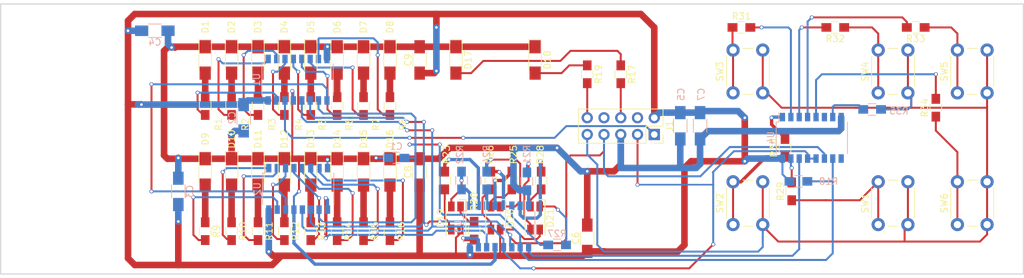
<source format=kicad_pcb>
(kicad_pcb (version 20171130) (host pcbnew "(5.0.0)")
  (layers (0 F.Cu signal) (31 B.Cu signal) (34 B.Paste user) (35 F.Paste user) (36 B.SilkS user) (37 F.SilkS user) (38 B.Mask user) (39 F.Mask user) (44 Edge.Cuts user))
  (net 0 "")
  (net 1 "Net-(C1-Pad1)")
  (net 2 GND)
  (net 3 "Net-(D1-Pad2)")
  (net 4 "Net-(D2-Pad2)")
  (net 5 "Net-(D3-Pad2)")
  (net 6 "Net-(D4-Pad2)")
  (net 7 "Net-(D5-Pad2)")
  (net 8 "Net-(D6-Pad2)")
  (net 9 "Net-(D7-Pad2)")
  (net 10 "Net-(D8-Pad2)")
  (net 11 "Net-(D9-Pad2)")
  (net 12 "Net-(D10-Pad2)")
  (net 13 "Net-(D11-Pad2)")
  (net 14 "Net-(D12-Pad2)")
  (net 15 "Net-(D13-Pad2)")
  (net 16 "Net-(D14-Pad2)")
  (net 17 "Net-(D15-Pad2)")
  (net 18 "Net-(D16-Pad2)")
  (net 19 "Net-(D17-Pad2)")
  (net 20 "Net-(D18-Pad2)")
  (net 21 VCC)
  (net 22 "Net-(D19-Pad2)")
  (net 23 "Net-(D19-Pad3)")
  (net 24 "Net-(D20-Pad2)")
  (net 25 "Net-(D20-Pad3)")
  (net 26 "Net-(D21-Pad2)")
  (net 27 "Net-(D21-Pad3)")
  (net 28 /MOSI)
  (net 29 /SS)
  (net 30 "Net-(J1-Pad6)")
  (net 31 /SCK)
  (net 32 /MISO)
  (net 33 "Net-(J1-Pad10)")
  (net 34 "Net-(R1-Pad2)")
  (net 35 "Net-(R2-Pad2)")
  (net 36 "Net-(R3-Pad2)")
  (net 37 "Net-(R4-Pad2)")
  (net 38 "Net-(R5-Pad2)")
  (net 39 "Net-(R6-Pad2)")
  (net 40 "Net-(R7-Pad2)")
  (net 41 "Net-(R8-Pad2)")
  (net 42 "Net-(R9-Pad2)")
  (net 43 "Net-(R10-Pad2)")
  (net 44 "Net-(R11-Pad2)")
  (net 45 "Net-(R12-Pad2)")
  (net 46 "Net-(R13-Pad2)")
  (net 47 "Net-(R14-Pad2)")
  (net 48 "Net-(R15-Pad2)")
  (net 49 "Net-(R16-Pad2)")
  (net 50 "Net-(R20-Pad2)")
  (net 51 "Net-(R22-Pad2)")
  (net 52 "Net-(R23-Pad2)")
  (net 53 "Net-(R24-Pad2)")
  (net 54 "Net-(R25-Pad2)")
  (net 55 "Net-(R26-Pad2)")
  (net 56 "Net-(R27-Pad2)")
  (net 57 "Net-(R28-Pad2)")
  (net 58 "Net-(R29-Pad1)")
  (net 59 "Net-(R29-Pad2)")
  (net 60 "Net-(R30-Pad1)")
  (net 61 "Net-(R30-Pad2)")
  (net 62 "Net-(R31-Pad1)")
  (net 63 "Net-(R31-Pad2)")
  (net 64 "Net-(R32-Pad1)")
  (net 65 "Net-(R32-Pad2)")
  (net 66 "Net-(R33-Pad1)")
  (net 67 "Net-(R33-Pad2)")
  (net 68 "Net-(R34-Pad1)")
  (net 69 "Net-(R34-Pad2)")
  (net 70 "Net-(R35-Pad2)")
  (net 71 "Net-(U1-Pad9)")
  (net 72 "Net-(U2-Pad9)")
  (net 73 "Net-(U3-Pad9)")
  (net 74 "Net-(D19-Pad1)")
  (net 75 "Net-(D20-Pad1)")
  (net 76 "Net-(D21-Pad1)")
  (module Capacitors_SMD:C_0805_HandSoldering (layer B.Cu) (at 89.789 57.531 180)
    (fp_text reference C1 (at 0 1.75 180) (layer B.SilkS) (effects (justify mirror)))
    (fp_text value 1,0)
    (pad 1 smd rect (at -1.25 0 180) (size 1.5 1.25) (layers B.Cu B.Paste B.Mask) (net 1 "Net-(C1-Pad1)"))
    (pad 2 smd rect (at 1.25 0 180) (size 1.5 1.25) (layers B.Cu B.Paste B.Mask) (net 2 GND))
  )
  (module LEDs:LED_1206_HandSoldering (layer F.Cu) (at 60.845 42.655 270)
    (fp_text reference D1 (at -5 0 270) (layer F.SilkS))
    (fp_text value L0)
    (pad 1 smd rect (at -2 0 270) (size 2 1.7) (layers F.Cu F.Paste F.Mask) (net 2 GND))
    (pad 2 smd rect (at 2 0 270) (size 2 1.7) (layers F.Cu F.Paste F.Mask) (net 3 "Net-(D1-Pad2)"))
  )
  (module LEDs:LED_1206_HandSoldering (layer F.Cu) (at 64.845 42.655 270)
    (fp_text reference D2 (at -5 0 270) (layer F.SilkS))
    (fp_text value L1)
    (pad 1 smd rect (at -2 0 270) (size 2 1.7) (layers F.Cu F.Paste F.Mask) (net 2 GND))
    (pad 2 smd rect (at 2 0 270) (size 2 1.7) (layers F.Cu F.Paste F.Mask) (net 4 "Net-(D2-Pad2)"))
  )
  (module LEDs:LED_1206_HandSoldering (layer F.Cu) (at 68.845 42.655 270)
    (fp_text reference D3 (at -5 0 270) (layer F.SilkS))
    (fp_text value L2)
    (pad 1 smd rect (at -2 0 270) (size 2 1.7) (layers F.Cu F.Paste F.Mask) (net 2 GND))
    (pad 2 smd rect (at 2 0 270) (size 2 1.7) (layers F.Cu F.Paste F.Mask) (net 5 "Net-(D3-Pad2)"))
  )
  (module LEDs:LED_1206_HandSoldering (layer F.Cu) (at 72.845 42.655 270)
    (fp_text reference D4 (at -5 0 270) (layer F.SilkS))
    (fp_text value L3)
    (pad 1 smd rect (at -2 0 270) (size 2 1.7) (layers F.Cu F.Paste F.Mask) (net 2 GND))
    (pad 2 smd rect (at 2 0 270) (size 2 1.7) (layers F.Cu F.Paste F.Mask) (net 6 "Net-(D4-Pad2)"))
  )
  (module LEDs:LED_1206_HandSoldering (layer F.Cu) (at 76.845 42.655 270)
    (fp_text reference D5 (at -5 0 270) (layer F.SilkS))
    (fp_text value L4)
    (pad 1 smd rect (at -2 0 270) (size 2 1.7) (layers F.Cu F.Paste F.Mask) (net 2 GND))
    (pad 2 smd rect (at 2 0 270) (size 2 1.7) (layers F.Cu F.Paste F.Mask) (net 7 "Net-(D5-Pad2)"))
  )
  (module LEDs:LED_1206_HandSoldering (layer F.Cu) (at 80.845 42.655 270)
    (fp_text reference D6 (at -5 0 270) (layer F.SilkS))
    (fp_text value L5)
    (pad 1 smd rect (at -2 0 270) (size 2 1.7) (layers F.Cu F.Paste F.Mask) (net 2 GND))
    (pad 2 smd rect (at 2 0 270) (size 2 1.7) (layers F.Cu F.Paste F.Mask) (net 8 "Net-(D6-Pad2)"))
  )
  (module LEDs:LED_1206_HandSoldering (layer F.Cu) (at 84.845 42.655 270)
    (fp_text reference D7 (at -5 0 270) (layer F.SilkS))
    (fp_text value L6)
    (pad 1 smd rect (at -2 0 270) (size 2 1.7) (layers F.Cu F.Paste F.Mask) (net 2 GND))
    (pad 2 smd rect (at 2 0 270) (size 2 1.7) (layers F.Cu F.Paste F.Mask) (net 9 "Net-(D7-Pad2)"))
  )
  (module LEDs:LED_1206_HandSoldering (layer F.Cu) (at 88.845 42.655 270)
    (fp_text reference D8 (at -5 0 270) (layer F.SilkS))
    (fp_text value L7)
    (pad 1 smd rect (at -2 0 270) (size 2 1.7) (layers F.Cu F.Paste F.Mask) (net 2 GND))
    (pad 2 smd rect (at 2 0 270) (size 2 1.7) (layers F.Cu F.Paste F.Mask) (net 10 "Net-(D8-Pad2)"))
  )
  (module LEDs:LED_1206_HandSoldering (layer F.Cu) (at 60.845 59.655 270)
    (fp_text reference D9 (at -5 0 270) (layer F.SilkS))
    (fp_text value L0)
    (pad 1 smd rect (at -2 0 270) (size 2 1.7) (layers F.Cu F.Paste F.Mask) (net 2 GND))
    (pad 2 smd rect (at 2 0 270) (size 2 1.7) (layers F.Cu F.Paste F.Mask) (net 11 "Net-(D9-Pad2)"))
  )
  (module LEDs:LED_1206_HandSoldering (layer F.Cu) (at 64.845 59.655 270)
    (fp_text reference D10 (at -5 0 270) (layer F.SilkS))
    (fp_text value L1)
    (pad 1 smd rect (at -2 0 270) (size 2 1.7) (layers F.Cu F.Paste F.Mask) (net 2 GND))
    (pad 2 smd rect (at 2 0 270) (size 2 1.7) (layers F.Cu F.Paste F.Mask) (net 12 "Net-(D10-Pad2)"))
  )
  (module LEDs:LED_1206_HandSoldering (layer F.Cu) (at 68.845 59.655 270)
    (fp_text reference D11 (at -5 0 270) (layer F.SilkS))
    (fp_text value L2)
    (pad 1 smd rect (at -2 0 270) (size 2 1.7) (layers F.Cu F.Paste F.Mask) (net 2 GND))
    (pad 2 smd rect (at 2 0 270) (size 2 1.7) (layers F.Cu F.Paste F.Mask) (net 13 "Net-(D11-Pad2)"))
  )
  (module LEDs:LED_1206_HandSoldering (layer F.Cu) (at 72.845 59.655 270)
    (fp_text reference D12 (at -5 0 270) (layer F.SilkS))
    (fp_text value L3)
    (pad 1 smd rect (at -2 0 270) (size 2 1.7) (layers F.Cu F.Paste F.Mask) (net 2 GND))
    (pad 2 smd rect (at 2 0 270) (size 2 1.7) (layers F.Cu F.Paste F.Mask) (net 14 "Net-(D12-Pad2)"))
  )
  (module LEDs:LED_1206_HandSoldering (layer F.Cu) (at 76.845 59.655 270)
    (fp_text reference D13 (at -5 0 270) (layer F.SilkS))
    (fp_text value L4)
    (pad 1 smd rect (at -2 0 270) (size 2 1.7) (layers F.Cu F.Paste F.Mask) (net 2 GND))
    (pad 2 smd rect (at 2 0 270) (size 2 1.7) (layers F.Cu F.Paste F.Mask) (net 15 "Net-(D13-Pad2)"))
  )
  (module LEDs:LED_1206_HandSoldering (layer F.Cu) (at 80.845 59.655 270)
    (fp_text reference D14 (at -5 0 270) (layer F.SilkS))
    (fp_text value L5)
    (pad 1 smd rect (at -2 0 270) (size 2 1.7) (layers F.Cu F.Paste F.Mask) (net 2 GND))
    (pad 2 smd rect (at 2 0 270) (size 2 1.7) (layers F.Cu F.Paste F.Mask) (net 16 "Net-(D14-Pad2)"))
  )
  (module LEDs:LED_1206_HandSoldering (layer F.Cu) (at 84.845 59.655 270)
    (fp_text reference D15 (at -5 0 270) (layer F.SilkS))
    (fp_text value L6)
    (pad 1 smd rect (at -2 0 270) (size 2 1.7) (layers F.Cu F.Paste F.Mask) (net 2 GND))
    (pad 2 smd rect (at 2 0 270) (size 2 1.7) (layers F.Cu F.Paste F.Mask) (net 17 "Net-(D15-Pad2)"))
  )
  (module LEDs:LED_1206_HandSoldering (layer F.Cu) (at 88.845 59.655 270)
    (fp_text reference D16 (at -5 0 270) (layer F.SilkS))
    (fp_text value L7)
    (pad 1 smd rect (at -2 0 270) (size 2 1.7) (layers F.Cu F.Paste F.Mask) (net 2 GND))
    (pad 2 smd rect (at 2 0 270) (size 2 1.7) (layers F.Cu F.Paste F.Mask) (net 18 "Net-(D16-Pad2)"))
  )
  (module LEDs:LED_1206_HandSoldering (layer F.Cu) (at 98.845 42.655 270)
    (fp_text reference D17 (at 0 -1.85 270) (layer F.SilkS))
    (fp_text value Io)
    (pad 1 smd rect (at -2 0 270) (size 2 1.7) (layers F.Cu F.Paste F.Mask) (net 2 GND))
    (pad 2 smd rect (at 2 0 270) (size 2 1.7) (layers F.Cu F.Paste F.Mask) (net 19 "Net-(D17-Pad2)"))
  )
  (module LEDs:LED_1206_HandSoldering (layer F.Cu) (at 110.845 42.655 270)
    (fp_text reference D18 (at 0 -1.85 270) (layer F.SilkS))
    (fp_text value Fail)
    (pad 1 smd rect (at -2 0 270) (size 2 1.7) (layers F.Cu F.Paste F.Mask) (net 2 GND))
    (pad 2 smd rect (at 2 0 270) (size 2 1.7) (layers F.Cu F.Paste F.Mask) (net 20 "Net-(D18-Pad2)"))
  )
  (module Socket_Strips:Socket_Strip_Straight_2x05_Pitch2.54mm (layer F.Cu) (at 128.905 53.975 270)
    (fp_text reference J1 (at -1.27 -2.33 270) (layer F.SilkS))
    (fp_text value Bus)
    (pad 1 thru_hole rect (at 0 0 270) (size 1.7 1.7) (drill 1) (layers *.Cu *.Mask) (net 28 /MOSI))
    (pad 2 thru_hole oval (at -2.54 0 270) (size 1.7 1.7) (drill 1) (layers *.Cu *.Mask) (net 21 VCC))
    (pad 3 thru_hole oval (at 0 2.54 270) (size 1.7 1.7) (drill 1) (layers *.Cu *.Mask) (net 29 /SS))
    (pad 4 thru_hole oval (at -2.54 2.54 270) (size 1.7 1.7) (drill 1) (layers *.Cu *.Mask))
    (pad 5 thru_hole oval (at 0 5.08 270) (size 1.7 1.7) (drill 1) (layers *.Cu *.Mask) (net 2 GND))
    (pad 6 thru_hole oval (at -2.54 5.08 270) (size 1.7 1.7) (drill 1) (layers *.Cu *.Mask) (net 30 "Net-(J1-Pad6)"))
    (pad 7 thru_hole oval (at 0 7.62 270) (size 1.7 1.7) (drill 1) (layers *.Cu *.Mask) (net 31 /SCK))
    (pad 8 thru_hole oval (at -2.54 7.62 270) (size 1.7 1.7) (drill 1) (layers *.Cu *.Mask))
    (pad 9 thru_hole oval (at 0 10.16 270) (size 1.7 1.7) (drill 1) (layers *.Cu *.Mask) (net 32 /MISO))
    (pad 10 thru_hole oval (at -2.54 10.16 270) (size 1.7 1.7) (drill 1) (layers *.Cu *.Mask) (net 33 "Net-(J1-Pad10)"))
  )
  (module Resistors_SMD:R_0805_HandSoldering (layer F.Cu) (at 60.845 49.655 270)
    (fp_text reference R1 (at 2.796 -2.02 270) (layer F.SilkS))
    (fp_text value 1k)
    (pad 1 smd rect (at -1.35 0 270) (size 1.5 1.3) (layers F.Cu F.Paste F.Mask) (net 3 "Net-(D1-Pad2)"))
    (pad 2 smd rect (at 1.35 0 270) (size 1.5 1.3) (layers F.Cu F.Paste F.Mask) (net 34 "Net-(R1-Pad2)"))
  )
  (module Resistors_SMD:R_0805_HandSoldering (layer F.Cu) (at 64.845 49.655 270)
    (fp_text reference R2 (at 2.796 -2.084 270) (layer F.SilkS))
    (fp_text value 1k)
    (pad 1 smd rect (at -1.35 0 270) (size 1.5 1.3) (layers F.Cu F.Paste F.Mask) (net 4 "Net-(D2-Pad2)"))
    (pad 2 smd rect (at 1.35 0 270) (size 1.5 1.3) (layers F.Cu F.Paste F.Mask) (net 35 "Net-(R2-Pad2)"))
  )
  (module Resistors_SMD:R_0805_HandSoldering (layer F.Cu) (at 68.845 49.655 270)
    (fp_text reference R3 (at 2.796 -2.148 270) (layer F.SilkS))
    (fp_text value 1k)
    (pad 1 smd rect (at -1.35 0 270) (size 1.5 1.3) (layers F.Cu F.Paste F.Mask) (net 5 "Net-(D3-Pad2)"))
    (pad 2 smd rect (at 1.35 0 270) (size 1.5 1.3) (layers F.Cu F.Paste F.Mask) (net 36 "Net-(R3-Pad2)"))
  )
  (module Resistors_SMD:R_0805_HandSoldering (layer F.Cu) (at 72.845 49.655 270)
    (fp_text reference R4 (at 2.796 -2.212 270) (layer F.SilkS))
    (fp_text value 1k)
    (pad 1 smd rect (at -1.35 0 270) (size 1.5 1.3) (layers F.Cu F.Paste F.Mask) (net 6 "Net-(D4-Pad2)"))
    (pad 2 smd rect (at 1.35 0 270) (size 1.5 1.3) (layers F.Cu F.Paste F.Mask) (net 37 "Net-(R4-Pad2)"))
  )
  (module Resistors_SMD:R_0805_HandSoldering (layer F.Cu) (at 76.845 49.655 270)
    (fp_text reference R5 (at 2.796 -1.768 270) (layer F.SilkS))
    (fp_text value 1k)
    (pad 1 smd rect (at -1.35 0 270) (size 1.5 1.3) (layers F.Cu F.Paste F.Mask) (net 7 "Net-(D5-Pad2)"))
    (pad 2 smd rect (at 1.35 0 270) (size 1.5 1.3) (layers F.Cu F.Paste F.Mask) (net 38 "Net-(R5-Pad2)"))
  )
  (module Resistors_SMD:R_0805_HandSoldering (layer F.Cu) (at 80.845 49.655 270)
    (fp_text reference R6 (at 2.796 -1.832 270) (layer F.SilkS))
    (fp_text value 1k)
    (pad 1 smd rect (at -1.35 0 270) (size 1.5 1.3) (layers F.Cu F.Paste F.Mask) (net 8 "Net-(D6-Pad2)"))
    (pad 2 smd rect (at 1.35 0 270) (size 1.5 1.3) (layers F.Cu F.Paste F.Mask) (net 39 "Net-(R6-Pad2)"))
  )
  (module Resistors_SMD:R_0805_HandSoldering (layer F.Cu) (at 84.845 49.655 270)
    (fp_text reference R7 (at 2.796 -1.896 270) (layer F.SilkS))
    (fp_text value 1k)
    (pad 1 smd rect (at -1.35 0 270) (size 1.5 1.3) (layers F.Cu F.Paste F.Mask) (net 9 "Net-(D7-Pad2)"))
    (pad 2 smd rect (at 1.35 0 270) (size 1.5 1.3) (layers F.Cu F.Paste F.Mask) (net 40 "Net-(R7-Pad2)"))
  )
  (module Resistors_SMD:R_0805_HandSoldering (layer F.Cu) (at 88.845 49.655 270)
    (fp_text reference R8 (at 2.796 -1.96 270) (layer F.SilkS))
    (fp_text value 1k)
    (pad 1 smd rect (at -1.35 0 270) (size 1.5 1.3) (layers F.Cu F.Paste F.Mask) (net 10 "Net-(D8-Pad2)"))
    (pad 2 smd rect (at 1.35 0 270) (size 1.5 1.3) (layers F.Cu F.Paste F.Mask) (net 41 "Net-(R8-Pad2)"))
  )
  (module Resistors_SMD:R_0805_HandSoldering (layer F.Cu) (at 60.845 68.655 270)
    (fp_text reference R9 (at 0 -1.7 270) (layer F.SilkS))
    (fp_text value 1k)
    (pad 1 smd rect (at -1.35 0 270) (size 1.5 1.3) (layers F.Cu F.Paste F.Mask) (net 11 "Net-(D9-Pad2)"))
    (pad 2 smd rect (at 1.35 0 270) (size 1.5 1.3) (layers F.Cu F.Paste F.Mask) (net 42 "Net-(R9-Pad2)"))
  )
  (module Resistors_SMD:R_0805_HandSoldering (layer F.Cu) (at 64.845 68.655 270)
    (fp_text reference R10 (at 0 -1.7 270) (layer F.SilkS))
    (fp_text value 1k)
    (pad 1 smd rect (at -1.35 0 270) (size 1.5 1.3) (layers F.Cu F.Paste F.Mask) (net 12 "Net-(D10-Pad2)"))
    (pad 2 smd rect (at 1.35 0 270) (size 1.5 1.3) (layers F.Cu F.Paste F.Mask) (net 43 "Net-(R10-Pad2)"))
  )
  (module Resistors_SMD:R_0805_HandSoldering (layer F.Cu) (at 68.845 68.655 270)
    (fp_text reference R11 (at 0 -1.7 270) (layer F.SilkS))
    (fp_text value 1k)
    (pad 1 smd rect (at -1.35 0 270) (size 1.5 1.3) (layers F.Cu F.Paste F.Mask) (net 13 "Net-(D11-Pad2)"))
    (pad 2 smd rect (at 1.35 0 270) (size 1.5 1.3) (layers F.Cu F.Paste F.Mask) (net 44 "Net-(R11-Pad2)"))
  )
  (module Resistors_SMD:R_0805_HandSoldering (layer F.Cu) (at 72.845 68.655 270)
    (fp_text reference R12 (at 0 -1.7 270) (layer F.SilkS))
    (fp_text value 1k)
    (pad 1 smd rect (at -1.35 0 270) (size 1.5 1.3) (layers F.Cu F.Paste F.Mask) (net 14 "Net-(D12-Pad2)"))
    (pad 2 smd rect (at 1.35 0 270) (size 1.5 1.3) (layers F.Cu F.Paste F.Mask) (net 45 "Net-(R12-Pad2)"))
  )
  (module Resistors_SMD:R_0805_HandSoldering (layer F.Cu) (at 76.845 68.655 270)
    (fp_text reference R13 (at 0 -1.7 270) (layer F.SilkS))
    (fp_text value 1k)
    (pad 1 smd rect (at -1.35 0 270) (size 1.5 1.3) (layers F.Cu F.Paste F.Mask) (net 15 "Net-(D13-Pad2)"))
    (pad 2 smd rect (at 1.35 0 270) (size 1.5 1.3) (layers F.Cu F.Paste F.Mask) (net 46 "Net-(R13-Pad2)"))
  )
  (module Resistors_SMD:R_0805_HandSoldering (layer F.Cu) (at 80.845 68.655 270)
    (fp_text reference R14 (at 0 -1.7 270) (layer F.SilkS))
    (fp_text value 1k)
    (pad 1 smd rect (at -1.35 0 270) (size 1.5 1.3) (layers F.Cu F.Paste F.Mask) (net 16 "Net-(D14-Pad2)"))
    (pad 2 smd rect (at 1.35 0 270) (size 1.5 1.3) (layers F.Cu F.Paste F.Mask) (net 47 "Net-(R14-Pad2)"))
  )
  (module Resistors_SMD:R_0805_HandSoldering (layer F.Cu) (at 84.845 68.655 270)
    (fp_text reference R15 (at 0 -1.7 270) (layer F.SilkS))
    (fp_text value 1k)
    (pad 1 smd rect (at -1.35 0 270) (size 1.5 1.3) (layers F.Cu F.Paste F.Mask) (net 17 "Net-(D15-Pad2)"))
    (pad 2 smd rect (at 1.35 0 270) (size 1.5 1.3) (layers F.Cu F.Paste F.Mask) (net 48 "Net-(R15-Pad2)"))
  )
  (module Resistors_SMD:R_0805_HandSoldering (layer F.Cu) (at 88.845 68.655 270)
    (fp_text reference R16 (at 0 -1.7 270) (layer F.SilkS))
    (fp_text value 1k)
    (pad 1 smd rect (at -1.35 0 270) (size 1.5 1.3) (layers F.Cu F.Paste F.Mask) (net 18 "Net-(D16-Pad2)"))
    (pad 2 smd rect (at 1.35 0 270) (size 1.5 1.3) (layers F.Cu F.Paste F.Mask) (net 49 "Net-(R16-Pad2)"))
  )
  (module Resistors_SMD:R_0805_HandSoldering (layer F.Cu) (at 123.825 44.831 270)
    (fp_text reference R17 (at 0 -1.7 270) (layer F.SilkS))
    (fp_text value 1k)
    (pad 1 smd rect (at -1.35 0 270) (size 1.5 1.3) (layers F.Cu F.Paste F.Mask) (net 19 "Net-(D17-Pad2)"))
    (pad 2 smd rect (at 1.35 0 270) (size 1.5 1.3) (layers F.Cu F.Paste F.Mask) (net 30 "Net-(J1-Pad6)"))
  )
  (module Resistors_SMD:R_0805_HandSoldering (layer B.Cu) (at 150.749 61.087 180)
    (fp_text reference R18 (at -4.572 0 180) (layer B.SilkS) (effects (justify mirror)))
    (fp_text value 1k)
    (pad 1 smd rect (at -1.35 0 180) (size 1.5 1.3) (layers B.Cu B.Paste B.Mask) (net 1 "Net-(C1-Pad1)"))
    (pad 2 smd rect (at 1.35 0 180) (size 1.5 1.3) (layers B.Cu B.Paste B.Mask) (net 21 VCC))
  )
  (module Resistors_SMD:R_0805_HandSoldering (layer F.Cu) (at 118.745 44.831 270)
    (fp_text reference R19 (at 0 -1.7 270) (layer F.SilkS))
    (fp_text value 1k)
    (pad 1 smd rect (at -1.35 0 270) (size 1.5 1.3) (layers F.Cu F.Paste F.Mask) (net 20 "Net-(D18-Pad2)"))
    (pad 2 smd rect (at 1.35 0 270) (size 1.5 1.3) (layers F.Cu F.Paste F.Mask) (net 33 "Net-(J1-Pad10)"))
  )
  (module Resistors_SMD:R_0805_HandSoldering (layer F.Cu) (at 101.6 68.58 270)
    (fp_text reference R20 (at -4.445 0 270) (layer F.SilkS))
    (fp_text value 1k)
    (pad 1 smd rect (at -1.35 0 270) (size 1.5 1.3) (layers F.Cu F.Paste F.Mask) (net 74 "Net-(D19-Pad1)"))
    (pad 2 smd rect (at 1.35 0 270) (size 1.5 1.3) (layers F.Cu F.Paste F.Mask) (net 50 "Net-(R20-Pad2)"))
  )
  (module Resistors_SMD:R_0805_HandSoldering (layer B.Cu) (at 109.601 61.087 90)
    (fp_text reference R21 (at 4.064 0 90) (layer B.SilkS) (effects (justify mirror)))
    (fp_text value 1k)
    (pad 1 smd rect (at -1.35 0 90) (size 1.5 1.3) (layers B.Cu B.Paste B.Mask) (net 2 GND))
    (pad 2 smd rect (at 1.35 0 90) (size 1.5 1.3) (layers B.Cu B.Paste B.Mask) (net 27 "Net-(D21-Pad3)"))
  )
  (module Resistors_SMD:R_0805_HandSoldering (layer B.Cu) (at 99.695 60.96 270)
    (fp_text reference R22 (at -3.937 0.254 270) (layer B.SilkS) (effects (justify mirror)))
    (fp_text value 1k)
    (pad 1 smd rect (at -1.35 0 270) (size 1.5 1.3) (layers B.Cu B.Paste B.Mask) (net 22 "Net-(D19-Pad2)"))
    (pad 2 smd rect (at 1.35 0 270) (size 1.5 1.3) (layers B.Cu B.Paste B.Mask) (net 51 "Net-(R22-Pad2)"))
  )
  (module Resistors_SMD:R_0805_HandSoldering (layer F.Cu) (at 97.155 60.96 90)
    (fp_text reference R23 (at 3.937 0.254 90) (layer F.SilkS))
    (fp_text value 1k)
    (pad 1 smd rect (at -1.35 0 90) (size 1.5 1.3) (layers F.Cu F.Paste F.Mask) (net 23 "Net-(D19-Pad3)"))
    (pad 2 smd rect (at 1.35 0 90) (size 1.5 1.3) (layers F.Cu F.Paste F.Mask) (net 52 "Net-(R23-Pad2)"))
  )
  (module Resistors_SMD:R_0805_HandSoldering (layer B.Cu) (at 103.505 60.96 270)
    (fp_text reference R24 (at -3.937 0 270) (layer B.SilkS) (effects (justify mirror)))
    (fp_text value 1k)
    (pad 1 smd rect (at -1.35 0 270) (size 1.5 1.3) (layers B.Cu B.Paste B.Mask) (net 75 "Net-(D20-Pad1)"))
    (pad 2 smd rect (at 1.35 0 270) (size 1.5 1.3) (layers B.Cu B.Paste B.Mask) (net 53 "Net-(R24-Pad2)"))
  )
  (module Resistors_SMD:R_0805_HandSoldering (layer F.Cu) (at 107.315 60.96 90)
    (fp_text reference R25 (at 3.937 0.254 90) (layer F.SilkS))
    (fp_text value 1k)
    (pad 1 smd rect (at -1.35 0 90) (size 1.5 1.3) (layers F.Cu F.Paste F.Mask) (net 24 "Net-(D20-Pad2)"))
    (pad 2 smd rect (at 1.35 0 90) (size 1.5 1.3) (layers F.Cu F.Paste F.Mask) (net 54 "Net-(R25-Pad2)"))
  )
  (module Resistors_SMD:R_0805_HandSoldering (layer F.Cu) (at 104.14 60.96 90)
    (fp_text reference R26 (at 3.937 -0.127 90) (layer F.SilkS))
    (fp_text value 1k)
    (pad 1 smd rect (at -1.35 0 90) (size 1.5 1.3) (layers F.Cu F.Paste F.Mask) (net 25 "Net-(D20-Pad3)"))
    (pad 2 smd rect (at 1.35 0 90) (size 1.5 1.3) (layers F.Cu F.Paste F.Mask) (net 55 "Net-(R26-Pad2)"))
  )
  (module Resistors_SMD:R_0805_HandSoldering (layer B.Cu) (at 114.173 70.739 180)
    (fp_text reference R27 (at 0 1.7 180) (layer B.SilkS) (effects (justify mirror)))
    (fp_text value 1k)
    (pad 1 smd rect (at -1.35 0 180) (size 1.5 1.3) (layers B.Cu B.Paste B.Mask) (net 76 "Net-(D21-Pad1)"))
    (pad 2 smd rect (at 1.35 0 180) (size 1.5 1.3) (layers B.Cu B.Paste B.Mask) (net 56 "Net-(R27-Pad2)"))
  )
  (module Resistors_SMD:R_0805_HandSoldering (layer F.Cu) (at 111.76 60.96 90)
    (fp_text reference R28 (at 3.937 -0.127 90) (layer F.SilkS))
    (fp_text value 1k)
    (pad 1 smd rect (at -1.35 0 90) (size 1.5 1.3) (layers F.Cu F.Paste F.Mask) (net 26 "Net-(D21-Pad2)"))
    (pad 2 smd rect (at 1.35 0 90) (size 1.5 1.3) (layers F.Cu F.Paste F.Mask) (net 57 "Net-(R28-Pad2)"))
  )
  (module Resistors_SMD:R_0805_HandSoldering (layer F.Cu) (at 149.733 62.611 90)
    (fp_text reference R29 (at 0 -1.7 90) (layer F.SilkS))
    (fp_text value 1k)
    (pad 1 smd rect (at -1.35 0 90) (size 1.5 1.3) (layers F.Cu F.Paste F.Mask) (net 58 "Net-(R29-Pad1)"))
    (pad 2 smd rect (at 1.35 0 90) (size 1.5 1.3) (layers F.Cu F.Paste F.Mask) (net 59 "Net-(R29-Pad2)"))
  )
  (module Resistors_SMD:R_0805_HandSoldering (layer F.Cu) (at 148.717 56.007 90)
    (fp_text reference R30 (at 0 -1.7 90) (layer F.SilkS))
    (fp_text value 1k)
    (pad 1 smd rect (at -1.35 0 90) (size 1.5 1.3) (layers F.Cu F.Paste F.Mask) (net 60 "Net-(R30-Pad1)"))
    (pad 2 smd rect (at 1.35 0 90) (size 1.5 1.3) (layers F.Cu F.Paste F.Mask) (net 61 "Net-(R30-Pad2)"))
  )
  (module Resistors_SMD:R_0805_HandSoldering (layer F.Cu) (at 142.113 37.719)
    (fp_text reference R31 (at 0 -1.7) (layer F.SilkS))
    (fp_text value 1k)
    (pad 1 smd rect (at -1.35 0) (size 1.5 1.3) (layers F.Cu F.Paste F.Mask) (net 62 "Net-(R31-Pad1)"))
    (pad 2 smd rect (at 1.35 0) (size 1.5 1.3) (layers F.Cu F.Paste F.Mask) (net 63 "Net-(R31-Pad2)"))
  )
  (module Resistors_SMD:R_0805_HandSoldering (layer F.Cu) (at 156.337 37.719 180)
    (fp_text reference R32 (at 0 -1.7 180) (layer F.SilkS))
    (fp_text value 1k)
    (pad 1 smd rect (at -1.35 0 180) (size 1.5 1.3) (layers F.Cu F.Paste F.Mask) (net 64 "Net-(R32-Pad1)"))
    (pad 2 smd rect (at 1.35 0 180) (size 1.5 1.3) (layers F.Cu F.Paste F.Mask) (net 65 "Net-(R32-Pad2)"))
  )
  (module Resistors_SMD:R_0805_HandSoldering (layer F.Cu) (at 168.529 37.719 180)
    (fp_text reference R33 (at 0 -1.7 180) (layer F.SilkS))
    (fp_text value 1k)
    (pad 1 smd rect (at -1.35 0 180) (size 1.5 1.3) (layers F.Cu F.Paste F.Mask) (net 66 "Net-(R33-Pad1)"))
    (pad 2 smd rect (at 1.35 0 180) (size 1.5 1.3) (layers F.Cu F.Paste F.Mask) (net 67 "Net-(R33-Pad2)"))
  )
  (module Resistors_SMD:R_0805_HandSoldering (layer F.Cu) (at 171.577 49.911 90)
    (fp_text reference R34 (at 0 -1.7 90) (layer F.SilkS))
    (fp_text value 1k)
    (pad 1 smd rect (at -1.35 0 90) (size 1.5 1.3) (layers F.Cu F.Paste F.Mask) (net 68 "Net-(R34-Pad1)"))
    (pad 2 smd rect (at 1.35 0 90) (size 1.5 1.3) (layers F.Cu F.Paste F.Mask) (net 69 "Net-(R34-Pad2)"))
  )
  (module Resistors_SMD:R_0805_HandSoldering (layer B.Cu) (at 161.925 50.165 180)
    (fp_text reference R35 (at -4.064 -0.254 180) (layer B.SilkS) (effects (justify mirror)))
    (fp_text value 100k)
    (pad 1 smd rect (at -1.35 0 180) (size 1.5 1.3) (layers B.Cu B.Paste B.Mask) (net 32 /MISO))
    (pad 2 smd rect (at 1.35 0 180) (size 1.5 1.3) (layers B.Cu B.Paste B.Mask) (net 70 "Net-(R35-Pad2)"))
  )
  (module Buttons_Switches_THT:SW_PUSH_6mm_h13mm (layer F.Cu) (at 162.845 67.655 90)
    (fp_text reference SW1 (at 3.25 -2 90) (layer F.SilkS))
    (fp_text value SW_Push)
    (pad 2 thru_hole circle (at 0 4.5 180) (size 2 2) (drill 1.1) (layers *.Cu *.Mask) (net 32 /MISO))
    (pad 1 thru_hole circle (at 0 0 180) (size 2 2) (drill 1.1) (layers *.Cu *.Mask) (net 58 "Net-(R29-Pad1)"))
    (pad 2 thru_hole circle (at 6.5 4.5 180) (size 2 2) (drill 1.1) (layers *.Cu *.Mask) (net 32 /MISO))
    (pad 1 thru_hole circle (at 6.5 0 180) (size 2 2) (drill 1.1) (layers *.Cu *.Mask) (net 58 "Net-(R29-Pad1)"))
  )
  (module Buttons_Switches_THT:SW_PUSH_6mm_h13mm (layer F.Cu) (at 140.845 67.655 90)
    (fp_text reference SW2 (at 3.25 -2 90) (layer F.SilkS))
    (fp_text value SW_Push)
    (pad 2 thru_hole circle (at 0 4.5 180) (size 2 2) (drill 1.1) (layers *.Cu *.Mask) (net 32 /MISO))
    (pad 1 thru_hole circle (at 0 0 180) (size 2 2) (drill 1.1) (layers *.Cu *.Mask) (net 60 "Net-(R30-Pad1)"))
    (pad 2 thru_hole circle (at 6.5 4.5 180) (size 2 2) (drill 1.1) (layers *.Cu *.Mask) (net 32 /MISO))
    (pad 1 thru_hole circle (at 6.5 0 180) (size 2 2) (drill 1.1) (layers *.Cu *.Mask) (net 60 "Net-(R30-Pad1)"))
  )
  (module Buttons_Switches_THT:SW_PUSH_6mm_h13mm (layer F.Cu) (at 140.845 47.655 90)
    (fp_text reference SW3 (at 3.25 -2 90) (layer F.SilkS))
    (fp_text value SW_Push)
    (pad 2 thru_hole circle (at 0 4.5 180) (size 2 2) (drill 1.1) (layers *.Cu *.Mask) (net 32 /MISO))
    (pad 1 thru_hole circle (at 0 0 180) (size 2 2) (drill 1.1) (layers *.Cu *.Mask) (net 62 "Net-(R31-Pad1)"))
    (pad 2 thru_hole circle (at 6.5 4.5 180) (size 2 2) (drill 1.1) (layers *.Cu *.Mask) (net 32 /MISO))
    (pad 1 thru_hole circle (at 6.5 0 180) (size 2 2) (drill 1.1) (layers *.Cu *.Mask) (net 62 "Net-(R31-Pad1)"))
  )
  (module Buttons_Switches_THT:SW_PUSH_6mm_h13mm (layer F.Cu) (at 162.845 47.655 90)
    (fp_text reference SW4 (at 3.25 -2 90) (layer F.SilkS))
    (fp_text value SW_Push)
    (pad 2 thru_hole circle (at 0 4.5 180) (size 2 2) (drill 1.1) (layers *.Cu *.Mask) (net 32 /MISO))
    (pad 1 thru_hole circle (at 0 0 180) (size 2 2) (drill 1.1) (layers *.Cu *.Mask) (net 64 "Net-(R32-Pad1)"))
    (pad 2 thru_hole circle (at 6.5 4.5 180) (size 2 2) (drill 1.1) (layers *.Cu *.Mask) (net 32 /MISO))
    (pad 1 thru_hole circle (at 6.5 0 180) (size 2 2) (drill 1.1) (layers *.Cu *.Mask) (net 64 "Net-(R32-Pad1)"))
  )
  (module Buttons_Switches_THT:SW_PUSH_6mm_h13mm (layer F.Cu) (at 174.845 47.655 90)
    (fp_text reference SW5 (at 3.25 -2 90) (layer F.SilkS))
    (fp_text value SW_Push)
    (pad 2 thru_hole circle (at 0 4.5 180) (size 2 2) (drill 1.1) (layers *.Cu *.Mask) (net 32 /MISO))
    (pad 1 thru_hole circle (at 0 0 180) (size 2 2) (drill 1.1) (layers *.Cu *.Mask) (net 66 "Net-(R33-Pad1)"))
    (pad 2 thru_hole circle (at 6.5 4.5 180) (size 2 2) (drill 1.1) (layers *.Cu *.Mask) (net 32 /MISO))
    (pad 1 thru_hole circle (at 6.5 0 180) (size 2 2) (drill 1.1) (layers *.Cu *.Mask) (net 66 "Net-(R33-Pad1)"))
  )
  (module Buttons_Switches_THT:SW_PUSH_6mm_h13mm (layer F.Cu) (at 174.845 67.655 90)
    (fp_text reference SW6 (at 3.25 -2 90) (layer F.SilkS))
    (fp_text value SW_Push)
    (pad 2 thru_hole circle (at 0 4.5 180) (size 2 2) (drill 1.1) (layers *.Cu *.Mask) (net 32 /MISO))
    (pad 1 thru_hole circle (at 0 0 180) (size 2 2) (drill 1.1) (layers *.Cu *.Mask) (net 68 "Net-(R34-Pad1)"))
    (pad 2 thru_hole circle (at 6.5 4.5 180) (size 2 2) (drill 1.1) (layers *.Cu *.Mask) (net 32 /MISO))
    (pad 1 thru_hole circle (at 6.5 0 180) (size 2 2) (drill 1.1) (layers *.Cu *.Mask) (net 68 "Net-(R34-Pad1)"))
  )
  (module Housings_SSOP:SOP-16_4.4x10.4mm_Pitch1.27mm (layer B.Cu) (at 74.845 45.655 270)
    (fp_text reference U1 (at 0 6.2 270) (layer B.SilkS) (effects (justify mirror)))
    (fp_text value 74HC595)
    (pad 1 smd rect (at -3.15 4.45 270) (size 1.3 0.8) (layers B.Cu B.Paste B.Mask) (net 35 "Net-(R2-Pad2)"))
    (pad 2 smd rect (at -3.15 3.17 270) (size 1.3 0.8) (layers B.Cu B.Paste B.Mask) (net 36 "Net-(R3-Pad2)"))
    (pad 3 smd rect (at -3.15 1.91 270) (size 1.3 0.8) (layers B.Cu B.Paste B.Mask) (net 37 "Net-(R4-Pad2)"))
    (pad 4 smd rect (at -3.15 0.64 270) (size 1.3 0.8) (layers B.Cu B.Paste B.Mask) (net 38 "Net-(R5-Pad2)"))
    (pad 5 smd rect (at -3.15 -0.64 270) (size 1.3 0.8) (layers B.Cu B.Paste B.Mask) (net 39 "Net-(R6-Pad2)"))
    (pad 6 smd rect (at -3.15 -1.91 270) (size 1.3 0.8) (layers B.Cu B.Paste B.Mask) (net 40 "Net-(R7-Pad2)"))
    (pad 7 smd rect (at -3.15 -3.17 270) (size 1.3 0.8) (layers B.Cu B.Paste B.Mask) (net 41 "Net-(R8-Pad2)"))
    (pad 8 smd rect (at -3.15 -4.45 270) (size 1.3 0.8) (layers B.Cu B.Paste B.Mask) (net 2 GND))
    (pad 9 smd rect (at 3.15 -4.45 270) (size 1.3 0.8) (layers B.Cu B.Paste B.Mask) (net 71 "Net-(U1-Pad9)"))
    (pad 10 smd rect (at 3.15 -3.17 270) (size 1.3 0.8) (layers B.Cu B.Paste B.Mask) (net 1 "Net-(C1-Pad1)"))
    (pad 11 smd rect (at 3.15 -1.91 270) (size 1.3 0.8) (layers B.Cu B.Paste B.Mask) (net 31 /SCK))
    (pad 12 smd rect (at 3.15 -0.64 270) (size 1.3 0.8) (layers B.Cu B.Paste B.Mask) (net 29 /SS))
    (pad 13 smd rect (at 3.15 0.64 270) (size 1.3 0.8) (layers B.Cu B.Paste B.Mask) (net 2 GND))
    (pad 14 smd rect (at 3.15 1.91 270) (size 1.3 0.8) (layers B.Cu B.Paste B.Mask) (net 28 /MOSI))
    (pad 15 smd rect (at 3.15 3.17 270) (size 1.3 0.8) (layers B.Cu B.Paste B.Mask) (net 34 "Net-(R1-Pad2)"))
    (pad 16 smd rect (at 3.15 4.45 270) (size 1.3 0.8) (layers B.Cu B.Paste B.Mask) (net 21 VCC))
  )
  (module Housings_SSOP:SOP-16_4.4x10.4mm_Pitch1.27mm (layer B.Cu) (at 74.93 62.23 270)
    (fp_text reference U2 (at 0 6.2 270) (layer B.SilkS) (effects (justify mirror)))
    (fp_text value 74HC595)
    (pad 1 smd rect (at -3.15 4.45 270) (size 1.3 0.8) (layers B.Cu B.Paste B.Mask) (net 43 "Net-(R10-Pad2)"))
    (pad 2 smd rect (at -3.15 3.17 270) (size 1.3 0.8) (layers B.Cu B.Paste B.Mask) (net 44 "Net-(R11-Pad2)"))
    (pad 3 smd rect (at -3.15 1.91 270) (size 1.3 0.8) (layers B.Cu B.Paste B.Mask) (net 45 "Net-(R12-Pad2)"))
    (pad 4 smd rect (at -3.15 0.64 270) (size 1.3 0.8) (layers B.Cu B.Paste B.Mask) (net 46 "Net-(R13-Pad2)"))
    (pad 5 smd rect (at -3.15 -0.64 270) (size 1.3 0.8) (layers B.Cu B.Paste B.Mask) (net 47 "Net-(R14-Pad2)"))
    (pad 6 smd rect (at -3.15 -1.91 270) (size 1.3 0.8) (layers B.Cu B.Paste B.Mask) (net 48 "Net-(R15-Pad2)"))
    (pad 7 smd rect (at -3.15 -3.17 270) (size 1.3 0.8) (layers B.Cu B.Paste B.Mask) (net 49 "Net-(R16-Pad2)"))
    (pad 8 smd rect (at -3.15 -4.45 270) (size 1.3 0.8) (layers B.Cu B.Paste B.Mask) (net 2 GND))
    (pad 9 smd rect (at 3.15 -4.45 270) (size 1.3 0.8) (layers B.Cu B.Paste B.Mask) (net 72 "Net-(U2-Pad9)"))
    (pad 10 smd rect (at 3.15 -3.17 270) (size 1.3 0.8) (layers B.Cu B.Paste B.Mask) (net 1 "Net-(C1-Pad1)"))
    (pad 11 smd rect (at 3.15 -1.91 270) (size 1.3 0.8) (layers B.Cu B.Paste B.Mask) (net 31 /SCK))
    (pad 12 smd rect (at 3.15 -0.64 270) (size 1.3 0.8) (layers B.Cu B.Paste B.Mask) (net 29 /SS))
    (pad 13 smd rect (at 3.15 0.64 270) (size 1.3 0.8) (layers B.Cu B.Paste B.Mask) (net 2 GND))
    (pad 14 smd rect (at 3.15 1.91 270) (size 1.3 0.8) (layers B.Cu B.Paste B.Mask) (net 71 "Net-(U1-Pad9)"))
    (pad 15 smd rect (at 3.15 3.17 270) (size 1.3 0.8) (layers B.Cu B.Paste B.Mask) (net 42 "Net-(R9-Pad2)"))
    (pad 16 smd rect (at 3.15 4.45 270) (size 1.3 0.8) (layers B.Cu B.Paste B.Mask) (net 21 VCC))
  )
  (module Housings_SSOP:SOP-16_4.4x10.4mm_Pitch1.27mm (layer B.Cu) (at 105.41 67.945 270)
    (fp_text reference U3 (at 0 6.2 270) (layer B.SilkS) (effects (justify mirror)))
    (fp_text value 74HC595)
    (pad 1 smd rect (at -3.15 4.45 270) (size 1.3 0.8) (layers B.Cu B.Paste B.Mask) (net 51 "Net-(R22-Pad2)"))
    (pad 2 smd rect (at -3.15 3.17 270) (size 1.3 0.8) (layers B.Cu B.Paste B.Mask) (net 52 "Net-(R23-Pad2)"))
    (pad 3 smd rect (at -3.15 1.91 270) (size 1.3 0.8) (layers B.Cu B.Paste B.Mask) (net 53 "Net-(R24-Pad2)"))
    (pad 4 smd rect (at -3.15 0.64 270) (size 1.3 0.8) (layers B.Cu B.Paste B.Mask) (net 54 "Net-(R25-Pad2)"))
    (pad 5 smd rect (at -3.15 -0.64 270) (size 1.3 0.8) (layers B.Cu B.Paste B.Mask) (net 55 "Net-(R26-Pad2)"))
    (pad 6 smd rect (at -3.15 -1.91 270) (size 1.3 0.8) (layers B.Cu B.Paste B.Mask) (net 56 "Net-(R27-Pad2)"))
    (pad 7 smd rect (at -3.15 -3.17 270) (size 1.3 0.8) (layers B.Cu B.Paste B.Mask) (net 57 "Net-(R28-Pad2)"))
    (pad 8 smd rect (at -3.15 -4.45 270) (size 1.3 0.8) (layers B.Cu B.Paste B.Mask) (net 2 GND))
    (pad 9 smd rect (at 3.15 -4.45 270) (size 1.3 0.8) (layers B.Cu B.Paste B.Mask) (net 73 "Net-(U3-Pad9)"))
    (pad 10 smd rect (at 3.15 -3.17 270) (size 1.3 0.8) (layers B.Cu B.Paste B.Mask) (net 1 "Net-(C1-Pad1)"))
    (pad 11 smd rect (at 3.15 -1.91 270) (size 1.3 0.8) (layers B.Cu B.Paste B.Mask) (net 31 /SCK))
    (pad 12 smd rect (at 3.15 -0.64 270) (size 1.3 0.8) (layers B.Cu B.Paste B.Mask) (net 29 /SS))
    (pad 13 smd rect (at 3.15 0.64 270) (size 1.3 0.8) (layers B.Cu B.Paste B.Mask) (net 2 GND))
    (pad 14 smd rect (at 3.15 1.91 270) (size 1.3 0.8) (layers B.Cu B.Paste B.Mask) (net 72 "Net-(U2-Pad9)"))
    (pad 15 smd rect (at 3.15 3.17 270) (size 1.3 0.8) (layers B.Cu B.Paste B.Mask) (net 50 "Net-(R20-Pad2)"))
    (pad 16 smd rect (at 3.15 4.45 270) (size 1.3 0.8) (layers B.Cu B.Paste B.Mask) (net 21 VCC))
  )
  (module Housings_SSOP:SOP-16_4.4x10.4mm_Pitch1.27mm (layer B.Cu) (at 152.781 54.483 270)
    (fp_text reference U4 (at 0 6.2 270) (layer B.SilkS) (effects (justify mirror)))
    (fp_text value 74HC595)
    (pad 1 smd rect (at -3.15 4.45 270) (size 1.3 0.8) (layers B.Cu B.Paste B.Mask) (net 61 "Net-(R30-Pad2)"))
    (pad 2 smd rect (at -3.15 3.17 270) (size 1.3 0.8) (layers B.Cu B.Paste B.Mask) (net 63 "Net-(R31-Pad2)"))
    (pad 3 smd rect (at -3.15 1.91 270) (size 1.3 0.8) (layers B.Cu B.Paste B.Mask) (net 65 "Net-(R32-Pad2)"))
    (pad 4 smd rect (at -3.15 0.64 270) (size 1.3 0.8) (layers B.Cu B.Paste B.Mask) (net 67 "Net-(R33-Pad2)"))
    (pad 5 smd rect (at -3.15 -0.64 270) (size 1.3 0.8) (layers B.Cu B.Paste B.Mask) (net 69 "Net-(R34-Pad2)"))
    (pad 6 smd rect (at -3.15 -1.91 270) (size 1.3 0.8) (layers B.Cu B.Paste B.Mask))
    (pad 7 smd rect (at -3.15 -3.17 270) (size 1.3 0.8) (layers B.Cu B.Paste B.Mask) (net 70 "Net-(R35-Pad2)"))
    (pad 8 smd rect (at -3.15 -4.45 270) (size 1.3 0.8) (layers B.Cu B.Paste B.Mask) (net 2 GND))
    (pad 9 smd rect (at 3.15 -4.45 270) (size 1.3 0.8) (layers B.Cu B.Paste B.Mask))
    (pad 10 smd rect (at 3.15 -3.17 270) (size 1.3 0.8) (layers B.Cu B.Paste B.Mask) (net 1 "Net-(C1-Pad1)"))
    (pad 11 smd rect (at 3.15 -1.91 270) (size 1.3 0.8) (layers B.Cu B.Paste B.Mask) (net 31 /SCK))
    (pad 12 smd rect (at 3.15 -0.64 270) (size 1.3 0.8) (layers B.Cu B.Paste B.Mask) (net 29 /SS))
    (pad 13 smd rect (at 3.15 0.64 270) (size 1.3 0.8) (layers B.Cu B.Paste B.Mask) (net 29 /SS))
    (pad 14 smd rect (at 3.15 1.91 270) (size 1.3 0.8) (layers B.Cu B.Paste B.Mask) (net 73 "Net-(U3-Pad9)"))
    (pad 15 smd rect (at 3.15 3.17 270) (size 1.3 0.8) (layers B.Cu B.Paste B.Mask) (net 59 "Net-(R29-Pad2)"))
    (pad 16 smd rect (at 3.15 4.45 270) (size 1.3 0.8) (layers B.Cu B.Paste B.Mask) (net 21 VCC))
  )
  (module Capacitors_SMD:C_1206_HandSoldering (layer B.Cu) (at 66.675 51.435 270)
    (fp_text reference C2 (at 0 1.75 270) (layer B.SilkS) (effects (justify mirror)))
    (fp_text value 0,1)
    (pad 1 smd rect (at -2 0 270) (size 2 1.6) (layers B.Cu B.Paste B.Mask) (net 21 VCC))
    (pad 2 smd rect (at 2 0 270) (size 2 1.6) (layers B.Cu B.Paste B.Mask) (net 2 GND))
  )
  (module Capacitors_SMD:C_1206_HandSoldering (layer B.Cu) (at 56.769 62.611 90)
    (fp_text reference C3 (at 0 1.75 90) (layer B.SilkS) (effects (justify mirror)))
    (fp_text value 0,1)
    (pad 1 smd rect (at -2 0 90) (size 2 1.6) (layers B.Cu B.Paste B.Mask) (net 21 VCC))
    (pad 2 smd rect (at 2 0 90) (size 2 1.6) (layers B.Cu B.Paste B.Mask) (net 2 GND))
  )
  (module Capacitors_SMD:C_1206_HandSoldering (layer B.Cu) (at 53.213 38.227)
    (fp_text reference C4 (at 0 1.75) (layer B.SilkS) (effects (justify mirror)))
    (fp_text value 0,1)
    (pad 1 smd rect (at -2 0) (size 2 1.6) (layers B.Cu B.Paste B.Mask) (net 21 VCC))
    (pad 2 smd rect (at 2 0) (size 2 1.6) (layers B.Cu B.Paste B.Mask) (net 2 GND))
  )
  (module Capacitors_SMD:C_1206_HandSoldering (layer B.Cu) (at 132.845 52.655 270)
    (fp_text reference C5 (at -4.776 -0.124 270) (layer B.SilkS) (effects (justify mirror)))
    (fp_text value 0,1)
    (pad 1 smd rect (at -2 0 270) (size 2 1.6) (layers B.Cu B.Paste B.Mask) (net 21 VCC))
    (pad 2 smd rect (at 2 0 270) (size 2 1.6) (layers B.Cu B.Paste B.Mask) (net 2 GND))
  )
  (module Capacitors_SMD:C_1206_HandSoldering (layer F.Cu) (at 118.745 69.723 90)
    (fp_text reference C6 (at 0 -1.75 90) (layer F.SilkS))
    (fp_text value 0,1)
    (pad 1 smd rect (at -2 0 90) (size 2 1.6) (layers F.Cu F.Paste F.Mask) (net 21 VCC))
    (pad 2 smd rect (at 2 0 90) (size 2 1.6) (layers F.Cu F.Paste F.Mask) (net 2 GND))
  )
  (module Capacitors_SMD:C_1206_HandSoldering (layer B.Cu) (at 135.845 52.655 270)
    (fp_text reference C7 (at -4.776 -0.172 270) (layer B.SilkS) (effects (justify mirror)))
    (fp_text value 10.0)
    (pad 1 smd rect (at -2 0 270) (size 2 1.6) (layers B.Cu B.Paste B.Mask) (net 21 VCC))
    (pad 2 smd rect (at 2 0 270) (size 2 1.6) (layers B.Cu B.Paste B.Mask) (net 2 GND))
  )
  (module Capacitors_SMD:C_1206_HandSoldering (layer F.Cu) (at 93.345 59.655 90)
    (fp_text reference C8 (at 0 -1.75 90) (layer F.SilkS))
    (fp_text value 10.0)
    (pad 1 smd rect (at -2 0 90) (size 2 1.6) (layers F.Cu F.Paste F.Mask) (net 21 VCC))
    (pad 2 smd rect (at 2 0 90) (size 2 1.6) (layers F.Cu F.Paste F.Mask) (net 2 GND))
  )
  (module Capacitors_SMD:C_1206_HandSoldering (layer F.Cu) (at 93.345 42.655 90)
    (fp_text reference C9 (at 0 -1.75 90) (layer F.SilkS))
    (fp_text value 10.0)
    (pad 1 smd rect (at -2 0 90) (size 2 1.6) (layers F.Cu F.Paste F.Mask) (net 21 VCC))
    (pad 2 smd rect (at 2 0 90) (size 2 1.6) (layers F.Cu F.Paste F.Mask) (net 2 GND))
  )
  (module LEDs:LED_RGB_1210 (layer F.Cu) (at 98.845 66.655 270)
    (fp_text reference D19 (at 0.02 2.325 270) (layer F.SilkS))
    (fp_text value DZ_LED_ARGB)
    (pad 1 smd rect (at -1.75 -0.7 90) (size 1.5 1) (layers F.Cu F.Paste F.Mask) (net 74 "Net-(D19-Pad1)"))
    (pad 2 smd rect (at -1.75 0.7 90) (size 1.5 1) (layers F.Cu F.Paste F.Mask) (net 22 "Net-(D19-Pad2)"))
    (pad 4 smd rect (at 1.75 -0.7 90) (size 1.5 1) (layers F.Cu F.Paste F.Mask) (net 21 VCC))
    (pad 3 smd rect (at 1.75 0.7 90) (size 1.5 1) (layers F.Cu F.Paste F.Mask) (net 23 "Net-(D19-Pad3)"))
  )
  (module LEDs:LED_RGB_1210 (layer F.Cu) (at 104.845 66.655 270)
    (fp_text reference D20 (at 0 -2.3 270) (layer F.SilkS))
    (fp_text value DZ_LED_ARGB)
    (pad 1 smd rect (at -1.75 -0.7 90) (size 1.5 1) (layers F.Cu F.Paste F.Mask) (net 75 "Net-(D20-Pad1)"))
    (pad 2 smd rect (at -1.75 0.7 90) (size 1.5 1) (layers F.Cu F.Paste F.Mask) (net 24 "Net-(D20-Pad2)"))
    (pad 4 smd rect (at 1.75 -0.7 90) (size 1.5 1) (layers F.Cu F.Paste F.Mask) (net 21 VCC))
    (pad 3 smd rect (at 1.75 0.7 90) (size 1.5 1) (layers F.Cu F.Paste F.Mask) (net 25 "Net-(D20-Pad3)"))
  )
  (module LEDs:LED_RGB_1210 (layer F.Cu) (at 110.845 66.655 270)
    (fp_text reference D21 (at 0 -2.3 270) (layer F.SilkS))
    (fp_text value DZ_LED_ARGB)
    (pad 1 smd rect (at -1.75 -0.7 90) (size 1.5 1) (layers F.Cu F.Paste F.Mask) (net 76 "Net-(D21-Pad1)"))
    (pad 2 smd rect (at -1.75 0.7 90) (size 1.5 1) (layers F.Cu F.Paste F.Mask) (net 26 "Net-(D21-Pad2)"))
    (pad 4 smd rect (at 1.75 -0.7 90) (size 1.5 1) (layers F.Cu F.Paste F.Mask) (net 21 VCC))
    (pad 3 smd rect (at 1.75 0.7 90) (size 1.5 1) (layers F.Cu F.Paste F.Mask) (net 27 "Net-(D21-Pad3)"))
  )
  (gr_line (start 29.845 75.155) (end 29.845 34.155) (angle 90) (layer Edge.Cuts) (width 0.15))
  (gr_line (start 184.845 75.155) (end 29.845 75.155) (angle 90) (layer Edge.Cuts) (width 0.15))
  (gr_line (start 184.845 34.155) (end 184.845 75.155) (angle 90) (layer Edge.Cuts) (width 0.15))
  (gr_line (start 29.845 34.155) (end 184.845 34.155) (angle 90) (layer Edge.Cuts) (width 0.15))
  (segment (start 108.58 71.095) (end 108.58 71.75) (width 0.3) (layer B.Cu) (net 1))
  (segment (start 108.58 71.75) (end 109.855 73.025) (width 0.3) (layer B.Cu) (net 1))
  (segment (start 92.71 57.531) (end 91.039 57.531) (width 0.3) (layer B.Cu) (net 1))
  (segment (start 152.099 61.087) (end 155.951 61.087) (width 0.3) (layer B.Cu) (net 1))
  (segment (start 155.951 61.087) (end 155.829 61.087) (width 0.3) (layer B.Cu) (net 1))
  (segment (start 155.829 61.087) (end 155.951 61.087) (width 0.3) (layer B.Cu) (net 1))
  (segment (start 155.951 57.633) (end 155.951 61.087) (width 0.3) (layer B.Cu) (net 1))
  (segment (start 155.951 61.087) (end 155.951 72.014) (width 0.3) (layer B.Cu) (net 1))
  (segment (start 155.951 72.014) (end 154.94 73.025) (width 0.3) (layer B.Cu) (net 1))
  (segment (start 154.94 73.025) (end 109.855 73.025) (width 0.3) (layer B.Cu) (net 1))
  (segment (start 108.58 71.095) (end 108.58 69.21) (width 0.3) (layer B.Cu) (net 1))
  (segment (start 91.821 55.499) (end 92.71 55.499) (width 0.3) (layer B.Cu) (net 1))
  (via (at 91.821 55.499) (size 0.6) (drill 0.4) (layers F.Cu B.Cu) (net 1))
  (segment (start 96.393 55.499) (end 91.821 55.499) (width 0.3) (layer F.Cu) (net 1))
  (via (at 96.393 55.499) (size 0.6) (drill 0.4) (layers F.Cu B.Cu) (net 1))
  (segment (start 96.393 65.659) (end 96.393 55.499) (width 0.3) (layer B.Cu) (net 1))
  (segment (start 96.901 66.167) (end 96.393 65.659) (width 0.3) (layer B.Cu) (net 1))
  (segment (start 105.537 66.167) (end 96.901 66.167) (width 0.3) (layer B.Cu) (net 1))
  (segment (start 108.58 69.21) (end 105.537 66.167) (width 0.3) (layer B.Cu) (net 1))
  (segment (start 92.71 55.499) (end 92.837 55.499) (width 0.3) (layer B.Cu) (net 1))
  (segment (start 92.837 55.499) (end 92.71 55.499) (width 0.3) (layer B.Cu) (net 1))
  (segment (start 78.1 65.38) (end 78.1 66.67) (width 0.3) (layer B.Cu) (net 1))
  (segment (start 78.015 50.075) (end 78.015 48.805) (width 0.3) (layer B.Cu) (net 1))
  (segment (start 78.74 50.8) (end 78.015 50.075) (width 0.3) (layer B.Cu) (net 1))
  (segment (start 92.075 50.8) (end 78.74 50.8) (width 0.3) (layer B.Cu) (net 1))
  (segment (start 92.71 51.435) (end 92.075 50.8) (width 0.3) (layer B.Cu) (net 1))
  (segment (start 92.71 66.675) (end 92.71 57.531) (width 0.3) (layer B.Cu) (net 1))
  (segment (start 92.71 57.531) (end 92.71 55.499) (width 0.3) (layer B.Cu) (net 1))
  (segment (start 92.71 55.499) (end 92.71 51.435) (width 0.3) (layer B.Cu) (net 1))
  (segment (start 92.075 67.31) (end 92.71 66.675) (width 0.3) (layer B.Cu) (net 1))
  (segment (start 78.74 67.31) (end 92.075 67.31) (width 0.3) (layer B.Cu) (net 1))
  (segment (start 78.1 66.67) (end 78.74 67.31) (width 0.3) (layer B.Cu) (net 1))
  (segment (start 104.77 73.025) (end 104.77 73.03) (width 0.5) (layer B.Cu) (net 2))
  (segment (start 104.14 73.66) (end 77.47 73.66) (width 0.5) (layer B.Cu) (net 2))
  (segment (start 104.77 73.03) (end 104.14 73.66) (width 0.5) (layer B.Cu) (net 2))
  (segment (start 104.77 71.095) (end 104.77 73.025) (width 0.5) (layer B.Cu) (net 2))
  (segment (start 77.47 73.66) (end 75.565 71.755) (width 0.5) (layer B.Cu) (net 2))
  (segment (start 88.539 57.531) (end 86.741 57.531) (width 0.3) (layer B.Cu) (net 2))
  (via (at 86.741 57.531) (size 0.6) (drill 0.4) (layers F.Cu B.Cu) (net 2))
  (segment (start 86.741 57.531) (end 86.741 57.655) (width 0.3) (layer F.Cu) (net 2))
  (segment (start 86.741 57.655) (end 86.741 57.531) (width 0.3) (layer F.Cu) (net 2))
  (segment (start 86.741 57.531) (end 86.741 57.655) (width 0.3) (layer F.Cu) (net 2))
  (segment (start 56.769 60.611) (end 56.769 57.531) (width 1) (layer B.Cu) (net 2))
  (via (at 56.769 57.531) (size 0.6) (drill 0.4) (layers F.Cu B.Cu) (net 2))
  (segment (start 56.769 57.531) (end 56.769 57.655) (width 1) (layer F.Cu) (net 2))
  (segment (start 56.769 57.655) (end 56.769 57.531) (width 1) (layer F.Cu) (net 2))
  (segment (start 56.769 57.531) (end 56.769 57.655) (width 1) (layer F.Cu) (net 2))
  (segment (start 77.057 73.279) (end 77.057 73.247) (width 0.5) (layer B.Cu) (net 2))
  (segment (start 77.057 73.247) (end 75.565 71.755) (width 0.5) (layer B.Cu) (net 2))
  (segment (start 74.29 65.38) (end 74.29 70.48) (width 0.5) (layer B.Cu) (net 2))
  (segment (start 74.29 70.48) (end 75.565 71.755) (width 0.5) (layer B.Cu) (net 2))
  (segment (start 55.213 38.227) (end 55.213 40.227) (width 1) (layer B.Cu) (net 2))
  (segment (start 56.261 40.767) (end 56.261 40.655) (width 1) (layer F.Cu) (net 2))
  (segment (start 56.149 40.655) (end 56.261 40.767) (width 1) (layer F.Cu) (net 2))
  (segment (start 55.865 40.655) (end 56.149 40.655) (width 1) (layer F.Cu) (net 2))
  (segment (start 55.753 40.767) (end 55.865 40.655) (width 1) (layer F.Cu) (net 2))
  (via (at 55.753 40.767) (size 0.6) (drill 0.4) (layers F.Cu B.Cu) (net 2))
  (segment (start 55.213 40.227) (end 55.753 40.767) (width 1) (layer B.Cu) (net 2))
  (segment (start 109.601 62.437) (end 108.411 62.437) (width 1) (layer B.Cu) (net 2))
  (segment (start 108.077 56.007) (end 114.173 56.007) (width 1) (layer B.Cu) (net 2))
  (segment (start 107.569 56.515) (end 108.077 56.007) (width 1) (layer B.Cu) (net 2))
  (segment (start 107.569 61.595) (end 107.569 56.515) (width 1) (layer B.Cu) (net 2))
  (segment (start 108.411 62.437) (end 107.569 61.595) (width 1) (layer B.Cu) (net 2))
  (segment (start 118.745 67.723) (end 118.745 59.563) (width 1) (layer F.Cu) (net 2))
  (segment (start 93.345 57.655) (end 96.269 57.655) (width 1) (layer F.Cu) (net 2))
  (segment (start 96.269 57.655) (end 97.917 56.007) (width 1) (layer F.Cu) (net 2))
  (segment (start 97.917 56.007) (end 114.173 56.007) (width 1) (layer F.Cu) (net 2))
  (via (at 114.173 56.007) (size 0.6) (drill 0.4) (layers F.Cu B.Cu) (net 2))
  (segment (start 118.745 59.563) (end 122.809 59.563) (width 1) (layer F.Cu) (net 2))
  (via (at 118.745 59.563) (size 0.6) (drill 0.4) (layers F.Cu B.Cu) (net 2))
  (segment (start 114.173 56.007) (end 117.729 59.563) (width 1) (layer B.Cu) (net 2))
  (segment (start 117.729 59.563) (end 118.745 59.563) (width 1) (layer B.Cu) (net 2))
  (segment (start 74.29 65.38) (end 74.29 63.378) (width 0.3) (layer B.Cu) (net 2))
  (segment (start 75.057 62.611) (end 75.057 57.655) (width 0.3) (layer F.Cu) (net 2))
  (via (at 75.057 62.611) (size 0.6) (drill 0.4) (layers F.Cu B.Cu) (net 2))
  (segment (start 74.29 63.378) (end 75.057 62.611) (width 0.3) (layer B.Cu) (net 2))
  (segment (start 75.057 57.655) (end 75.057 58.039) (width 0.3) (layer F.Cu) (net 2))
  (segment (start 75.057 58.039) (end 75.057 57.655) (width 0.3) (layer F.Cu) (net 2))
  (segment (start 157.231 51.333) (end 157.231 53.081) (width 1) (layer B.Cu) (net 2))
  (segment (start 137.033 53.467) (end 135.845 54.655) (width 1) (layer B.Cu) (net 2))
  (segment (start 156.845 53.467) (end 137.033 53.467) (width 1) (layer B.Cu) (net 2))
  (segment (start 157.231 53.081) (end 156.845 53.467) (width 1) (layer B.Cu) (net 2))
  (segment (start 135.845 56.687) (end 135.845 54.655) (width 1) (layer B.Cu) (net 2))
  (segment (start 74.205 48.805) (end 74.205 47.535) (width 0.3) (layer B.Cu) (net 2))
  (segment (start 74.041 47.371) (end 74.041 57.655) (width 0.3) (layer F.Cu) (net 2))
  (via (at 74.041 47.371) (size 0.6) (drill 0.4) (layers F.Cu B.Cu) (net 2))
  (segment (start 74.205 47.535) (end 74.041 47.371) (width 0.3) (layer B.Cu) (net 2))
  (segment (start 74.041 57.655) (end 74.041 57.531) (width 0.3) (layer F.Cu) (net 2))
  (segment (start 74.041 57.531) (end 74.041 57.655) (width 0.3) (layer F.Cu) (net 2))
  (segment (start 109.86 64.795) (end 109.86 62.696) (width 0.5) (layer B.Cu) (net 2))
  (segment (start 109.86 62.696) (end 109.601 62.437) (width 0.5) (layer B.Cu) (net 2))
  (segment (start 66.675 53.435) (end 65.31 53.435) (width 1) (layer B.Cu) (net 2))
  (segment (start 64.845 54.05) (end 64.845 57.655) (width 1) (layer F.Cu) (net 2))
  (segment (start 64.77 53.975) (end 64.845 54.05) (width 1) (layer F.Cu) (net 2))
  (via (at 64.77 53.975) (size 0.6) (drill 0.4) (layers F.Cu B.Cu) (net 2))
  (segment (start 65.31 53.435) (end 64.77 53.975) (width 1) (layer B.Cu) (net 2))
  (segment (start 79.295 42.505) (end 79.295 40.72) (width 1) (layer B.Cu) (net 2))
  (via (at 79.375 40.64) (size 0.6) (drill 0.4) (layers F.Cu B.Cu) (net 2))
  (segment (start 79.295 40.72) (end 79.375 40.64) (width 1) (layer B.Cu) (net 2))
  (segment (start 79.375 40.64) (end 79.375 40.655) (width 1) (layer F.Cu) (net 2))
  (segment (start 79.375 40.655) (end 79.375 40.64) (width 1) (layer F.Cu) (net 2))
  (segment (start 79.375 40.64) (end 79.375 40.655) (width 1) (layer F.Cu) (net 2))
  (segment (start 60.845 57.655) (end 56.769 57.655) (width 1) (layer F.Cu) (net 2))
  (segment (start 56.769 57.655) (end 55.115 57.655) (width 1) (layer F.Cu) (net 2))
  (segment (start 55.23 40.655) (end 56.261 40.655) (width 1) (layer F.Cu) (net 2))
  (segment (start 56.261 40.655) (end 60.845 40.655) (width 1) (layer F.Cu) (net 2))
  (segment (start 54.61 41.275) (end 55.23 40.655) (width 1) (layer F.Cu) (net 2))
  (segment (start 54.61 57.15) (end 54.61 41.275) (width 1) (layer F.Cu) (net 2))
  (segment (start 55.115 57.655) (end 54.61 57.15) (width 1) (layer F.Cu) (net 2))
  (segment (start 79.38 59.08) (end 79.38 57.79) (width 0.3) (layer B.Cu) (net 2))
  (via (at 79.375 57.785) (size 0.6) (drill 0.4) (layers F.Cu B.Cu) (net 2))
  (segment (start 79.38 57.79) (end 79.375 57.785) (width 0.3) (layer B.Cu) (net 2))
  (segment (start 79.375 57.785) (end 79.375 57.655) (width 0.3) (layer F.Cu) (net 2))
  (segment (start 79.375 57.655) (end 79.375 57.785) (width 0.3) (layer F.Cu) (net 2))
  (segment (start 79.375 57.785) (end 79.375 57.655) (width 0.3) (layer F.Cu) (net 2))
  (segment (start 60.845 40.655) (end 64.845 40.655) (width 1) (layer F.Cu) (net 2))
  (segment (start 64.845 40.655) (end 68.845 40.655) (width 1) (layer F.Cu) (net 2))
  (segment (start 68.845 40.655) (end 72.845 40.655) (width 1) (layer F.Cu) (net 2))
  (segment (start 72.845 40.655) (end 76.845 40.655) (width 1) (layer F.Cu) (net 2))
  (segment (start 76.845 40.655) (end 79.375 40.655) (width 1) (layer F.Cu) (net 2))
  (segment (start 79.375 40.655) (end 80.845 40.655) (width 1) (layer F.Cu) (net 2))
  (segment (start 80.845 40.655) (end 84.845 40.655) (width 1) (layer F.Cu) (net 2))
  (segment (start 84.845 40.655) (end 88.845 40.655) (width 1) (layer F.Cu) (net 2))
  (segment (start 88.845 40.655) (end 93.345 40.655) (width 1) (layer F.Cu) (net 2))
  (segment (start 93.345 40.655) (end 98.845 40.655) (width 1) (layer F.Cu) (net 2))
  (segment (start 98.845 40.655) (end 110.845 40.655) (width 1) (layer F.Cu) (net 2))
  (segment (start 60.845 57.655) (end 64.845 57.655) (width 1) (layer F.Cu) (net 2))
  (segment (start 64.845 57.655) (end 68.845 57.655) (width 1) (layer F.Cu) (net 2))
  (segment (start 68.845 57.655) (end 72.845 57.655) (width 1) (layer F.Cu) (net 2))
  (segment (start 72.845 57.655) (end 74.041 57.655) (width 1) (layer F.Cu) (net 2))
  (segment (start 74.041 57.655) (end 75.057 57.655) (width 1) (layer F.Cu) (net 2))
  (segment (start 75.057 57.655) (end 76.845 57.655) (width 1) (layer F.Cu) (net 2))
  (segment (start 76.845 57.655) (end 79.375 57.655) (width 1) (layer F.Cu) (net 2))
  (segment (start 79.375 57.655) (end 80.845 57.655) (width 1) (layer F.Cu) (net 2))
  (segment (start 80.845 57.655) (end 84.845 57.655) (width 1) (layer F.Cu) (net 2))
  (segment (start 84.845 57.655) (end 86.741 57.655) (width 1) (layer F.Cu) (net 2))
  (segment (start 86.741 57.655) (end 88.845 57.655) (width 1) (layer F.Cu) (net 2))
  (segment (start 88.845 57.655) (end 93.345 57.655) (width 1) (layer F.Cu) (net 2))
  (segment (start 122.809 59.563) (end 123.825 58.547) (width 1) (layer F.Cu) (net 2))
  (segment (start 123.825 58.547) (end 123.825 53.975) (width 1) (layer F.Cu) (net 2))
  (segment (start 123.825 53.975) (end 123.825 57.023) (width 1) (layer B.Cu) (net 2))
  (segment (start 123.825 57.023) (end 123.825 59.055) (width 1) (layer B.Cu) (net 2))
  (segment (start 135.255 59.055) (end 135.89 58.42) (width 1) (layer B.Cu) (net 2))
  (segment (start 135.845 58.375) (end 135.845 56.687) (width 1) (layer B.Cu) (net 2))
  (segment (start 135.89 58.42) (end 135.845 58.375) (width 1) (layer B.Cu) (net 2))
  (segment (start 132.845 58.925) (end 132.715 59.055) (width 1) (layer B.Cu) (net 2))
  (segment (start 132.845 54.655) (end 132.845 58.925) (width 1) (layer B.Cu) (net 2))
  (segment (start 123.825 59.055) (end 132.715 59.055) (width 1) (layer B.Cu) (net 2))
  (segment (start 132.715 59.055) (end 135.255 59.055) (width 1) (layer B.Cu) (net 2))
  (segment (start 60.845 48.305) (end 60.845 44.655) (width 1) (layer F.Cu) (net 3))
  (segment (start 64.845 44.655) (end 64.845 48.305) (width 1) (layer F.Cu) (net 4))
  (segment (start 68.845 48.305) (end 68.845 44.655) (width 1) (layer F.Cu) (net 5))
  (segment (start 72.845 44.655) (end 72.845 48.305) (width 1) (layer F.Cu) (net 6))
  (segment (start 76.845 44.655) (end 76.845 48.305) (width 1) (layer F.Cu) (net 7))
  (segment (start 80.845 44.655) (end 80.845 48.305) (width 1) (layer F.Cu) (net 8))
  (segment (start 84.845 44.655) (end 84.845 48.305) (width 1) (layer F.Cu) (net 9))
  (segment (start 88.845 44.655) (end 88.845 48.305) (width 1) (layer F.Cu) (net 10))
  (segment (start 60.845 67.305) (end 60.845 61.655) (width 1) (layer F.Cu) (net 11))
  (segment (start 64.845 67.305) (end 64.845 61.655) (width 1) (layer F.Cu) (net 12))
  (segment (start 68.845 67.305) (end 68.845 61.655) (width 1) (layer F.Cu) (net 13))
  (segment (start 72.845 67.305) (end 72.845 61.655) (width 1) (layer F.Cu) (net 14))
  (segment (start 76.845 67.305) (end 76.845 61.655) (width 1) (layer F.Cu) (net 15))
  (segment (start 80.845 67.305) (end 80.845 61.655) (width 1) (layer F.Cu) (net 16))
  (segment (start 84.845 67.305) (end 84.845 61.655) (width 1) (layer F.Cu) (net 17))
  (segment (start 88.845 67.305) (end 88.845 61.655) (width 1) (layer F.Cu) (net 18))
  (segment (start 98.845 44.655) (end 101.141 44.655) (width 0.3) (layer F.Cu) (net 19))
  (segment (start 123.825 41.783) (end 123.825 43.481) (width 0.3) (layer F.Cu) (net 19))
  (segment (start 123.317 41.275) (end 123.825 41.783) (width 0.3) (layer F.Cu) (net 19))
  (segment (start 116.205 41.275) (end 123.317 41.275) (width 0.3) (layer F.Cu) (net 19))
  (segment (start 114.681 42.799) (end 116.205 41.275) (width 0.3) (layer F.Cu) (net 19))
  (segment (start 102.997 42.799) (end 114.681 42.799) (width 0.3) (layer F.Cu) (net 19))
  (segment (start 101.141 44.655) (end 102.997 42.799) (width 0.3) (layer F.Cu) (net 19))
  (segment (start 110.845 44.655) (end 114.857 44.655) (width 0.3) (layer F.Cu) (net 20))
  (segment (start 116.031 43.481) (end 118.745 43.481) (width 0.3) (layer F.Cu) (net 20))
  (segment (start 114.857 44.655) (end 116.031 43.481) (width 0.3) (layer F.Cu) (net 20))
  (segment (start 105.545 68.405) (end 107.775 68.405) (width 0.3) (layer F.Cu) (net 21))
  (segment (start 111.545 69.43) (end 111.545 68.405) (width 0.3) (layer F.Cu) (net 21))
  (segment (start 111.125 69.85) (end 111.545 69.43) (width 0.3) (layer F.Cu) (net 21))
  (segment (start 109.22 69.85) (end 111.125 69.85) (width 0.3) (layer F.Cu) (net 21))
  (segment (start 107.775 68.405) (end 109.22 69.85) (width 0.3) (layer F.Cu) (net 21))
  (segment (start 105.545 68.405) (end 105.545 72.385) (width 0.3) (layer F.Cu) (net 21))
  (segment (start 105.845 72.655) (end 105.845 72.385) (width 0.3) (layer F.Cu) (net 21))
  (segment (start 105.815 72.655) (end 105.845 72.655) (width 0.3) (layer F.Cu) (net 21))
  (segment (start 105.545 72.385) (end 105.815 72.655) (width 0.3) (layer F.Cu) (net 21))
  (segment (start 99.545 68.405) (end 99.545 68.955) (width 0.3) (layer F.Cu) (net 21))
  (segment (start 99.545 68.955) (end 98.845 69.655) (width 0.3) (layer F.Cu) (net 21))
  (segment (start 98.845 69.655) (end 98.845 72.39) (width 0.3) (layer F.Cu) (net 21))
  (segment (start 95.885 35.687) (end 95.885 37.719) (width 1) (layer F.Cu) (net 21))
  (via (at 95.885 37.719) (size 0.6) (drill 0.4) (layers F.Cu B.Cu) (net 21))
  (segment (start 94.361 44.655) (end 93.345 44.655) (width 1) (layer F.Cu) (net 21))
  (segment (start 94.361 44.655) (end 95.553 44.655) (width 1) (layer F.Cu) (net 21))
  (via (at 95.885 44.323) (size 0.6) (drill 0.4) (layers F.Cu B.Cu) (net 21))
  (segment (start 95.553 44.655) (end 95.885 44.323) (width 1) (layer F.Cu) (net 21))
  (segment (start 95.885 44.323) (end 95.885 37.719) (width 1) (layer B.Cu) (net 21))
  (segment (start 49.149 36.703) (end 50.165 35.687) (width 1) (layer F.Cu) (net 21))
  (segment (start 126.873 35.687) (end 128.905 37.719) (width 1) (layer F.Cu) (net 21))
  (segment (start 95.885 35.687) (end 126.873 35.687) (width 1) (layer F.Cu) (net 21))
  (segment (start 50.165 35.687) (end 95.885 35.687) (width 1) (layer F.Cu) (net 21))
  (via (at 49.149 38.227) (size 0.6) (drill 0.4) (layers F.Cu B.Cu) (net 21))
  (via (at 51.181 49.435) (size 0.6) (drill 0.4) (layers F.Cu B.Cu) (net 21))
  (segment (start 49.149 49.403) (end 51.149 49.403) (width 1) (layer F.Cu) (net 21))
  (segment (start 51.149 49.403) (end 51.181 49.435) (width 1) (layer F.Cu) (net 21))
  (segment (start 56.769 73.787) (end 56.769 67.183) (width 1) (layer F.Cu) (net 21))
  (via (at 56.769 67.183) (size 0.6) (drill 0.4) (layers F.Cu B.Cu) (net 21))
  (segment (start 70.993 73.787) (end 72.39 72.39) (width 1) (layer F.Cu) (net 21))
  (segment (start 50.165 73.787) (end 56.769 73.787) (width 1) (layer F.Cu) (net 21))
  (segment (start 56.769 73.787) (end 70.993 73.787) (width 1) (layer F.Cu) (net 21))
  (segment (start 49.149 72.771) (end 50.165 73.787) (width 1) (layer F.Cu) (net 21))
  (segment (start 49.149 36.703) (end 49.149 38.227) (width 1) (layer F.Cu) (net 21))
  (segment (start 49.149 38.227) (end 49.149 49.403) (width 1) (layer F.Cu) (net 21))
  (segment (start 49.149 49.403) (end 49.149 72.771) (width 1) (layer F.Cu) (net 21))
  (segment (start 56.769 64.611) (end 56.769 67.183) (width 1) (layer B.Cu) (net 21))
  (segment (start 118.745 71.723) (end 121.317 71.723) (width 1) (layer F.Cu) (net 21))
  (segment (start 134.493 58.039) (end 142.621 58.039) (width 1) (layer F.Cu) (net 21))
  (segment (start 133.477 59.055) (end 134.493 58.039) (width 1) (layer F.Cu) (net 21))
  (segment (start 133.477 70.739) (end 133.477 59.055) (width 1) (layer F.Cu) (net 21))
  (segment (start 132.461 71.755) (end 133.477 70.739) (width 1) (layer F.Cu) (net 21))
  (segment (start 121.285 71.755) (end 132.461 71.755) (width 1) (layer F.Cu) (net 21))
  (segment (start 121.317 71.723) (end 121.285 71.755) (width 1) (layer F.Cu) (net 21))
  (segment (start 148.331 57.633) (end 143.027 57.633) (width 1) (layer B.Cu) (net 21))
  (segment (start 143.027 57.633) (end 142.621 58.039) (width 1) (layer B.Cu) (net 21))
  (via (at 142.621 58.039) (size 0.6) (drill 0.4) (layers F.Cu B.Cu) (net 21))
  (segment (start 141.605 50.419) (end 136.081 50.419) (width 1) (layer B.Cu) (net 21))
  (segment (start 142.621 58.039) (end 142.621 51.435) (width 1) (layer F.Cu) (net 21))
  (via (at 142.621 51.435) (size 0.6) (drill 0.4) (layers F.Cu B.Cu) (net 21))
  (segment (start 142.621 51.435) (end 141.605 50.419) (width 1) (layer B.Cu) (net 21))
  (segment (start 136.081 50.419) (end 135.845 50.655) (width 1) (layer B.Cu) (net 21))
  (segment (start 51.213 38.227) (end 49.149 38.227) (width 1) (layer B.Cu) (net 21))
  (segment (start 109.601 72.385) (end 111.845 72.385) (width 1) (layer F.Cu) (net 21))
  (segment (start 111.845 72.385) (end 118.083 72.385) (width 1) (layer F.Cu) (net 21))
  (segment (start 118.083 72.385) (end 118.745 71.723) (width 1) (layer F.Cu) (net 21))
  (segment (start 66.675 49.435) (end 51.181 49.435) (width 1) (layer B.Cu) (net 21))
  (segment (start 51.181 49.435) (end 50.641 49.435) (width 1) (layer B.Cu) (net 21))
  (segment (start 148.331 57.633) (end 148.331 60.019) (width 0.3) (layer B.Cu) (net 21))
  (segment (start 148.331 60.019) (end 149.399 61.087) (width 0.3) (layer B.Cu) (net 21))
  (segment (start 135.845 50.655) (end 132.845 50.655) (width 1) (layer B.Cu) (net 21))
  (segment (start 100.96 71.095) (end 100.96 72.258) (width 1) (layer B.Cu) (net 21))
  (via (at 100.965 72.263) (size 0.6) (drill 0.4) (layers F.Cu B.Cu) (net 21))
  (segment (start 100.96 72.258) (end 100.965 72.263) (width 1) (layer B.Cu) (net 21))
  (segment (start 100.965 72.263) (end 100.965 72.39) (width 1) (layer F.Cu) (net 21))
  (segment (start 100.965 72.39) (end 100.965 72.263) (width 1) (layer F.Cu) (net 21))
  (segment (start 100.965 72.263) (end 100.965 72.39) (width 1) (layer F.Cu) (net 21))
  (segment (start 70.395 48.805) (end 67.305 48.805) (width 1) (layer B.Cu) (net 21))
  (segment (start 67.305 48.805) (end 66.675 49.435) (width 1) (layer B.Cu) (net 21))
  (segment (start 109.601 72.385) (end 105.845 72.385) (width 1) (layer F.Cu) (net 21))
  (segment (start 105.845 72.385) (end 104.145 72.385) (width 1) (layer F.Cu) (net 21))
  (segment (start 104.14 72.39) (end 100.965 72.39) (width 1) (layer F.Cu) (net 21))
  (segment (start 100.965 72.39) (end 98.845 72.39) (width 1) (layer F.Cu) (net 21))
  (segment (start 98.845 72.39) (end 97.79 72.39) (width 1) (layer F.Cu) (net 21))
  (segment (start 104.145 72.385) (end 104.14 72.39) (width 1) (layer F.Cu) (net 21))
  (segment (start 97.79 72.39) (end 93.345 72.39) (width 1) (layer F.Cu) (net 21))
  (via (at 70.48 71.755) (size 0.6) (drill 0.4) (layers F.Cu B.Cu) (net 21))
  (segment (start 71.115 72.39) (end 70.48 71.755) (width 1) (layer F.Cu) (net 21))
  (segment (start 71.115 72.39) (end 72.39 72.39) (width 1) (layer F.Cu) (net 21))
  (segment (start 93.345 61.655) (end 93.345 72.39) (width 1) (layer F.Cu) (net 21))
  (segment (start 72.39 72.39) (end 93.345 72.39) (width 1) (layer F.Cu) (net 21))
  (segment (start 70.48 65.38) (end 70.48 71.755) (width 1) (layer B.Cu) (net 21))
  (segment (start 132.845 50.655) (end 129.685 50.655) (width 1) (layer B.Cu) (net 21))
  (segment (start 128.905 51.435) (end 128.905 37.719) (width 1) (layer F.Cu) (net 21))
  (segment (start 129.685 50.655) (end 128.905 51.435) (width 1) (layer B.Cu) (net 21))
  (segment (start 99.545 68.405) (end 99.545 68.095) (width 0.5) (layer F.Cu) (net 21))
  (segment (start 98.145 64.905) (end 98.145 63.78) (width 0.3) (layer F.Cu) (net 22))
  (segment (start 99.695 62.23) (end 99.695 60.96) (width 0.3) (layer F.Cu) (net 22))
  (segment (start 98.145 63.78) (end 99.695 62.23) (width 0.3) (layer F.Cu) (net 22))
  (segment (start 99.695 60.96) (end 99.695 59.61) (width 0.5) (layer B.Cu) (net 22))
  (via (at 99.695 60.96) (size 0.6) (drill 0.4) (layers F.Cu B.Cu) (net 22))
  (segment (start 97.155 62.31) (end 97.155 66.675) (width 0.3) (layer F.Cu) (net 23))
  (segment (start 97.79 67.31) (end 97.79 68.05) (width 0.3) (layer F.Cu) (net 23))
  (segment (start 97.155 66.675) (end 97.79 67.31) (width 0.3) (layer F.Cu) (net 23))
  (segment (start 97.79 68.05) (end 98.145 68.405) (width 0.3) (layer F.Cu) (net 23))
  (segment (start 104.145 64.905) (end 104.145 64.13) (width 0.3) (layer F.Cu) (net 24))
  (segment (start 106.125 63.5) (end 107.315 62.31) (width 0.3) (layer F.Cu) (net 24))
  (segment (start 104.775 63.5) (end 106.125 63.5) (width 0.3) (layer F.Cu) (net 24))
  (segment (start 104.145 64.13) (end 104.775 63.5) (width 0.3) (layer F.Cu) (net 24))
  (segment (start 104.145 68.405) (end 104.145 67.315) (width 0.3) (layer F.Cu) (net 25))
  (segment (start 102.87 63.58) (end 104.14 62.31) (width 0.3) (layer F.Cu) (net 25))
  (segment (start 102.87 66.04) (end 102.87 63.58) (width 0.3) (layer F.Cu) (net 25))
  (segment (start 104.145 67.315) (end 102.87 66.04) (width 0.3) (layer F.Cu) (net 25))
  (segment (start 104.145 62.315) (end 104.14 62.31) (width 0.5) (layer F.Cu) (net 25))
  (segment (start 110.145 64.905) (end 110.145 63.925) (width 0.3) (layer F.Cu) (net 26))
  (segment (start 110.145 63.925) (end 111.76 62.31) (width 0.3) (layer F.Cu) (net 26))
  (segment (start 109.855 59.69) (end 109.855 58.42) (width 0.3) (layer F.Cu) (net 27))
  (segment (start 110.145 67.6) (end 109.22 66.675) (width 0.3) (layer F.Cu) (net 27))
  (segment (start 109.22 66.675) (end 109.22 61.595) (width 0.3) (layer F.Cu) (net 27))
  (segment (start 109.22 61.595) (end 109.855 60.96) (width 0.3) (layer F.Cu) (net 27))
  (segment (start 109.855 60.96) (end 109.855 59.69) (width 0.3) (layer F.Cu) (net 27))
  (segment (start 110.145 68.405) (end 110.145 67.6) (width 0.3) (layer F.Cu) (net 27))
  (segment (start 109.601 58.674) (end 109.601 59.737) (width 0.3) (layer B.Cu) (net 27))
  (segment (start 109.855 58.42) (end 109.601 58.674) (width 0.3) (layer B.Cu) (net 27))
  (via (at 109.855 58.42) (size 0.6) (drill 0.4) (layers F.Cu B.Cu) (net 27))
  (segment (start 127.635 52.705) (end 128.905 53.975) (width 0.3) (layer B.Cu) (net 28))
  (segment (start 115.57 52.705) (end 127.635 52.705) (width 0.3) (layer B.Cu) (net 28))
  (segment (start 113.792 54.483) (end 115.57 52.705) (width 0.3) (layer B.Cu) (net 28))
  (segment (start 101.981 54.483) (end 113.792 54.483) (width 0.3) (layer B.Cu) (net 28))
  (segment (start 72.935 53.377) (end 74.041 54.483) (width 0.3) (layer B.Cu) (net 28))
  (segment (start 74.041 54.483) (end 91.821 54.483) (width 0.3) (layer B.Cu) (net 28))
  (via (at 91.821 54.483) (size 0.6) (drill 0.4) (layers F.Cu B.Cu) (net 28))
  (segment (start 91.821 54.483) (end 99.949 54.483) (width 0.3) (layer F.Cu) (net 28))
  (via (at 99.949 54.483) (size 0.6) (drill 0.4) (layers F.Cu B.Cu) (net 28))
  (segment (start 72.935 48.805) (end 72.935 53.377) (width 0.3) (layer B.Cu) (net 28))
  (segment (start 99.949 54.483) (end 101.981 54.483) (width 0.3) (layer B.Cu) (net 28))
  (segment (start 110.617 74.295) (end 108.585 74.295) (width 0.3) (layer B.Cu) (net 29))
  (segment (start 108.585 74.295) (end 106.553 72.263) (width 0.3) (layer B.Cu) (net 29))
  (segment (start 134.205 74.295) (end 124.841 74.295) (width 0.3) (layer F.Cu) (net 29))
  (segment (start 137.845 70.655) (end 134.205 74.295) (width 0.3) (layer F.Cu) (net 29))
  (segment (start 152.141 57.633) (end 152.141 56.891) (width 0.3) (layer B.Cu) (net 29))
  (segment (start 152.141 56.891) (end 151.765 56.515) (width 0.3) (layer B.Cu) (net 29))
  (segment (start 152.141 57.633) (end 153.421 57.633) (width 0.3) (layer B.Cu) (net 29))
  (segment (start 124.841 74.295) (end 110.617 74.295) (width 0.3) (layer F.Cu) (net 29))
  (segment (start 106.05 71.76) (end 106.05 71.095) (width 0.3) (layer B.Cu) (net 29))
  (segment (start 106.553 72.263) (end 106.05 71.76) (width 0.3) (layer B.Cu) (net 29))
  (via (at 110.617 74.295) (size 0.6) (drill 0.4) (layers F.Cu B.Cu) (net 29))
  (segment (start 95.25 67.945) (end 104.14 67.945) (width 0.3) (layer B.Cu) (net 29))
  (segment (start 106.05 69.855) (end 106.05 71.095) (width 0.3) (layer B.Cu) (net 29))
  (segment (start 104.14 67.945) (end 106.05 69.855) (width 0.3) (layer B.Cu) (net 29))
  (segment (start 75.57 65.38) (end 75.57 67.94) (width 0.3) (layer B.Cu) (net 29))
  (segment (start 75.485 51.355) (end 75.485 48.805) (width 0.3) (layer B.Cu) (net 29))
  (segment (start 76.2 52.07) (end 75.485 51.355) (width 0.3) (layer B.Cu) (net 29))
  (segment (start 90.17 52.07) (end 76.2 52.07) (width 0.3) (layer B.Cu) (net 29))
  (segment (start 91.44 53.34) (end 90.17 52.07) (width 0.3) (layer B.Cu) (net 29))
  (via (at 91.44 53.34) (size 0.6) (drill 0.4) (layers F.Cu B.Cu) (net 29))
  (segment (start 95.25 53.34) (end 91.44 53.34) (width 0.3) (layer F.Cu) (net 29))
  (via (at 95.25 53.34) (size 0.6) (drill 0.4) (layers F.Cu B.Cu) (net 29))
  (segment (start 95.25 67.945) (end 95.25 53.34) (width 0.3) (layer B.Cu) (net 29))
  (segment (start 94.625 68.57) (end 95.25 67.945) (width 0.3) (layer B.Cu) (net 29))
  (segment (start 76.2 68.57) (end 94.625 68.57) (width 0.3) (layer B.Cu) (net 29))
  (segment (start 75.57 67.94) (end 76.2 68.57) (width 0.3) (layer B.Cu) (net 29))
  (via (at 137.845 70.655) (size 0.6) (drill 0.4) (layers F.Cu B.Cu) (net 29))
  (segment (start 137.8375 70.6475) (end 137.845 70.655) (width 0.3) (layer B.Cu) (net 29))
  (segment (start 137.795 59.69) (end 137.8375 59.69) (width 0.3) (layer B.Cu) (net 29))
  (segment (start 140.97 56.515) (end 137.795 59.69) (width 0.3) (layer B.Cu) (net 29))
  (segment (start 151.765 56.515) (end 140.97 56.515) (width 0.3) (layer B.Cu) (net 29))
  (segment (start 126.365 53.975) (end 126.365 61.595) (width 0.3) (layer F.Cu) (net 29))
  (via (at 126.365 61.595) (size 0.6) (drill 0.4) (layers F.Cu B.Cu) (net 29))
  (segment (start 126.365 61.595) (end 137.8375 61.595) (width 0.25) (layer B.Cu) (net 29))
  (segment (start 137.8375 59.69) (end 137.8375 61.595) (width 0.3) (layer B.Cu) (net 29))
  (segment (start 137.8375 61.595) (end 137.8375 70.6475) (width 0.3) (layer B.Cu) (net 29))
  (segment (start 123.825 46.181) (end 123.825 51.435) (width 0.3) (layer F.Cu) (net 30))
  (segment (start 107.061 69.215) (end 107.061 69.596) (width 0.3) (layer F.Cu) (net 31))
  (segment (start 115.57 69.85) (end 115.57 66.04) (width 0.3) (layer F.Cu) (net 31))
  (segment (start 114.935 70.485) (end 115.57 69.85) (width 0.3) (layer F.Cu) (net 31))
  (segment (start 107.95 70.485) (end 114.935 70.485) (width 0.3) (layer F.Cu) (net 31))
  (segment (start 107.061 69.596) (end 107.95 70.485) (width 0.3) (layer F.Cu) (net 31))
  (segment (start 121.285 53.975) (end 121.285 56.515) (width 0.3) (layer F.Cu) (net 31))
  (segment (start 115.57 66.04) (end 115.57 57.785) (width 0.3) (layer F.Cu) (net 31))
  (segment (start 115.57 57.785) (end 116.205 57.15) (width 0.3) (layer F.Cu) (net 31))
  (segment (start 116.205 57.15) (end 120.65 57.15) (width 0.3) (layer F.Cu) (net 31))
  (segment (start 120.65 57.15) (end 121.285 56.515) (width 0.3) (layer F.Cu) (net 31))
  (via (at 107.061 69.215) (size 0.6) (drill 0.4) (layers F.Cu B.Cu) (net 31))
  (segment (start 105.029 67.183) (end 107.061 69.215) (width 0.3) (layer B.Cu) (net 31))
  (via (at 94.361 67.691) (size 0.6) (drill 0.4) (layers F.Cu B.Cu) (net 31))
  (segment (start 94.361 67.691) (end 94.869 67.183) (width 0.3) (layer F.Cu) (net 31))
  (segment (start 94.869 67.183) (end 96.393 67.183) (width 0.3) (layer F.Cu) (net 31))
  (via (at 96.393 67.183) (size 0.6) (drill 0.4) (layers F.Cu B.Cu) (net 31))
  (segment (start 96.393 67.183) (end 105.029 67.183) (width 0.3) (layer B.Cu) (net 31))
  (segment (start 93.98 67.31) (end 94.361 67.691) (width 0.3) (layer B.Cu) (net 31))
  (segment (start 107.061 69.215) (end 107.061 70.836) (width 0.3) (layer B.Cu) (net 31))
  (segment (start 107.061 70.836) (end 107.32 71.095) (width 0.3) (layer B.Cu) (net 31))
  (segment (start 107.061 70.836) (end 107.32 71.095) (width 0.3) (layer B.Cu) (net 31))
  (segment (start 76.755 48.805) (end 76.755 50.72) (width 0.3) (layer B.Cu) (net 31))
  (segment (start 76.84 67.315) (end 76.84 65.38) (width 0.3) (layer B.Cu) (net 31))
  (segment (start 93.98 67.31) (end 93.345 67.945) (width 0.3) (layer B.Cu) (net 31))
  (segment (start 93.345 67.945) (end 77.47 67.945) (width 0.3) (layer B.Cu) (net 31))
  (segment (start 77.47 67.945) (end 76.84 67.315) (width 0.3) (layer B.Cu) (net 31))
  (segment (start 93.98 52.07) (end 93.98 67.31) (width 0.3) (layer B.Cu) (net 31))
  (via (at 93.98 52.07) (size 0.6) (drill 0.4) (layers F.Cu B.Cu) (net 31))
  (segment (start 91.44 52.07) (end 93.98 52.07) (width 0.3) (layer F.Cu) (net 31))
  (via (at 91.44 52.07) (size 0.6) (drill 0.4) (layers F.Cu B.Cu) (net 31))
  (segment (start 90.805 51.435) (end 91.44 52.07) (width 0.3) (layer B.Cu) (net 31))
  (segment (start 77.47 51.435) (end 90.805 51.435) (width 0.3) (layer B.Cu) (net 31))
  (segment (start 76.755 50.72) (end 77.47 51.435) (width 0.3) (layer B.Cu) (net 31))
  (segment (start 121.285 57.785) (end 121.285 53.975) (width 0.3) (layer B.Cu) (net 31))
  (segment (start 121.285 59.69) (end 121.285 57.785) (width 0.3) (layer B.Cu) (net 31))
  (segment (start 154.691 56.901) (end 153.67 55.88) (width 0.3) (layer B.Cu) (net 31))
  (segment (start 154.691 57.633) (end 154.691 56.901) (width 0.3) (layer B.Cu) (net 31))
  (segment (start 153.67 55.88) (end 140.335 55.88) (width 0.3) (layer B.Cu) (net 31))
  (segment (start 140.335 55.88) (end 135.89 60.325) (width 0.3) (layer B.Cu) (net 31))
  (segment (start 135.89 60.325) (end 121.92 60.325) (width 0.3) (layer B.Cu) (net 31))
  (segment (start 121.92 60.325) (end 121.285 59.69) (width 0.3) (layer B.Cu) (net 31))
  (segment (start 145.345 67.655) (end 145.345 71.063) (width 0.3) (layer B.Cu) (net 32))
  (segment (start 145.345 71.063) (end 144.653 71.755) (width 0.3) (layer B.Cu) (net 32))
  (segment (start 163.275 50.165) (end 167.335 50.165) (width 0.3) (layer B.Cu) (net 32))
  (segment (start 167.845 49.655) (end 167.845 48.155) (width 0.3) (layer B.Cu) (net 32))
  (segment (start 167.335 50.165) (end 167.845 49.655) (width 0.3) (layer B.Cu) (net 32))
  (segment (start 167.845 48.155) (end 167.345 47.655) (width 0.3) (layer B.Cu) (net 32))
  (segment (start 167.845 49.911) (end 167.845 48.155) (width 0.3) (layer F.Cu) (net 32))
  (segment (start 167.845 48.155) (end 167.345 47.655) (width 0.3) (layer F.Cu) (net 32))
  (segment (start 167.345 47.655) (end 167.345 41.155) (width 0.3) (layer F.Cu) (net 32))
  (segment (start 167.345 61.155) (end 167.345 67.655) (width 0.3) (layer F.Cu) (net 32))
  (segment (start 166.845 70.231) (end 166.845 68.155) (width 0.3) (layer F.Cu) (net 32))
  (segment (start 166.845 68.155) (end 167.345 67.655) (width 0.3) (layer F.Cu) (net 32))
  (segment (start 159.385 49.911) (end 165.481 49.911) (width 0.3) (layer F.Cu) (net 32))
  (segment (start 172.085 49.911) (end 179.345 49.911) (width 0.3) (layer F.Cu) (net 32))
  (segment (start 179.345 49.911) (end 179.197 49.911) (width 0.3) (layer F.Cu) (net 32))
  (segment (start 179.197 49.911) (end 179.345 49.911) (width 0.3) (layer F.Cu) (net 32))
  (segment (start 159.345 70.231) (end 165.269 70.231) (width 0.3) (layer F.Cu) (net 32))
  (segment (start 179.345 41.155) (end 179.345 47.655) (width 0.3) (layer F.Cu) (net 32))
  (segment (start 179.345 47.655) (end 179.345 49.911) (width 0.3) (layer F.Cu) (net 32))
  (segment (start 179.345 49.911) (end 179.345 61.155) (width 0.3) (layer F.Cu) (net 32))
  (segment (start 179.345 61.155) (end 179.345 67.655) (width 0.3) (layer F.Cu) (net 32))
  (segment (start 179.345 67.655) (end 179.345 69.155) (width 0.3) (layer F.Cu) (net 32))
  (segment (start 165.269 70.231) (end 166.845 70.231) (width 0.3) (layer F.Cu) (net 32))
  (segment (start 166.845 70.231) (end 171.769 70.231) (width 0.3) (layer F.Cu) (net 32))
  (segment (start 178.269 70.231) (end 171.769 70.231) (width 0.3) (layer F.Cu) (net 32))
  (segment (start 179.345 69.155) (end 178.269 70.231) (width 0.3) (layer F.Cu) (net 32))
  (segment (start 145.345 47.655) (end 145.345 41.155) (width 0.3) (layer F.Cu) (net 32))
  (segment (start 145.345 67.655) (end 145.345 61.155) (width 0.3) (layer F.Cu) (net 32))
  (segment (start 145.345 67.655) (end 145.345 67.875) (width 0.3) (layer F.Cu) (net 32))
  (segment (start 145.345 67.875) (end 147.701 70.231) (width 0.3) (layer F.Cu) (net 32))
  (segment (start 147.701 70.231) (end 159.345 70.231) (width 0.3) (layer F.Cu) (net 32))
  (segment (start 159.345 70.231) (end 159.769 70.231) (width 0.3) (layer F.Cu) (net 32))
  (segment (start 164.465 70.231) (end 165.269 70.231) (width 0.3) (layer F.Cu) (net 32))
  (segment (start 163.957 49.911) (end 165.481 49.911) (width 0.3) (layer F.Cu) (net 32))
  (segment (start 165.481 49.911) (end 167.845 49.911) (width 0.3) (layer F.Cu) (net 32))
  (segment (start 167.845 49.911) (end 172.085 49.911) (width 0.3) (layer F.Cu) (net 32))
  (segment (start 172.085 49.911) (end 172.089 49.911) (width 0.3) (layer F.Cu) (net 32))
  (segment (start 145.345 47.655) (end 145.953 47.655) (width 0.3) (layer F.Cu) (net 32))
  (segment (start 145.953 47.655) (end 148.209 49.911) (width 0.3) (layer F.Cu) (net 32))
  (segment (start 148.209 49.911) (end 159.385 49.911) (width 0.3) (layer F.Cu) (net 32))
  (segment (start 159.385 49.911) (end 160.089 49.911) (width 0.3) (layer F.Cu) (net 32))
  (segment (start 118.745 57.023) (end 118.745 53.975) (width 0.3) (layer B.Cu) (net 32))
  (segment (start 144.653 71.755) (end 121.285 71.755) (width 0.3) (layer B.Cu) (net 32))
  (segment (start 120.269 58.547) (end 118.745 57.023) (width 0.3) (layer B.Cu) (net 32))
  (segment (start 120.269 70.739) (end 120.269 58.547) (width 0.3) (layer B.Cu) (net 32))
  (segment (start 121.285 71.755) (end 120.269 70.739) (width 0.3) (layer B.Cu) (net 32))
  (segment (start 118.745 51.435) (end 118.745 46.181) (width 0.3) (layer F.Cu) (net 33))
  (segment (start 71.675 48.805) (end 71.675 48.18) (width 0.3) (layer B.Cu) (net 34))
  (segment (start 71.675 48.18) (end 71.12 47.625) (width 0.3) (layer B.Cu) (net 34))
  (segment (start 71.12 47.625) (end 59.69 47.625) (width 0.3) (layer B.Cu) (net 34))
  (via (at 59.69 47.625) (size 0.6) (drill 0.4) (layers F.Cu B.Cu) (net 34))
  (segment (start 59.69 47.625) (end 59.69 50.165) (width 0.3) (layer F.Cu) (net 34))
  (segment (start 59.69 50.165) (end 60.53 51.005) (width 0.3) (layer F.Cu) (net 34))
  (segment (start 60.53 51.005) (end 60.845 51.005) (width 0.3) (layer F.Cu) (net 34))
  (segment (start 62.865 42.545) (end 63.5 43.18) (width 0.3) (layer B.Cu) (net 35))
  (segment (start 69.85 43.18) (end 70.395 42.635) (width 0.3) (layer B.Cu) (net 35))
  (segment (start 63.5 43.18) (end 69.85 43.18) (width 0.3) (layer B.Cu) (net 35))
  (segment (start 70.395 42.635) (end 70.395 42.505) (width 0.3) (layer B.Cu) (net 35))
  (segment (start 63.705 51.005) (end 64.845 51.005) (width 0.3) (layer F.Cu) (net 35))
  (segment (start 62.865 50.165) (end 63.705 51.005) (width 0.3) (layer F.Cu) (net 35))
  (segment (start 62.865 42.545) (end 62.865 50.165) (width 0.3) (layer F.Cu) (net 35))
  (via (at 62.865 42.545) (size 0.6) (drill 0.4) (layers F.Cu B.Cu) (net 35))
  (segment (start 62.905 42.505) (end 62.865 42.545) (width 0.3) (layer B.Cu) (net 35))
  (segment (start 71.675 42.505) (end 71.675 41.83) (width 0.3) (layer B.Cu) (net 36))
  (segment (start 67.515 51.005) (end 68.845 51.005) (width 0.3) (layer F.Cu) (net 36))
  (segment (start 66.675 50.165) (end 67.515 51.005) (width 0.3) (layer F.Cu) (net 36))
  (segment (start 66.675 41.91) (end 66.675 50.165) (width 0.3) (layer F.Cu) (net 36))
  (via (at 66.675 41.91) (size 0.6) (drill 0.4) (layers F.Cu B.Cu) (net 36))
  (segment (start 67.31 41.275) (end 66.675 41.91) (width 0.3) (layer B.Cu) (net 36))
  (segment (start 71.12 41.275) (end 67.31 41.275) (width 0.3) (layer B.Cu) (net 36))
  (segment (start 71.675 41.83) (end 71.12 41.275) (width 0.3) (layer B.Cu) (net 36))
  (segment (start 72.935 42.505) (end 72.935 43.27) (width 0.3) (layer B.Cu) (net 37))
  (segment (start 71.96 51.005) (end 72.845 51.005) (width 0.3) (layer F.Cu) (net 37))
  (segment (start 71.12 50.165) (end 71.96 51.005) (width 0.3) (layer F.Cu) (net 37))
  (segment (start 71.12 44.45) (end 71.12 50.165) (width 0.3) (layer F.Cu) (net 37))
  (via (at 71.12 44.45) (size 0.6) (drill 0.4) (layers F.Cu B.Cu) (net 37))
  (segment (start 71.755 44.45) (end 71.12 44.45) (width 0.3) (layer B.Cu) (net 37))
  (segment (start 72.935 43.27) (end 71.755 44.45) (width 0.3) (layer B.Cu) (net 37))
  (segment (start 74.205 42.505) (end 74.205 43.725) (width 0.3) (layer B.Cu) (net 38))
  (segment (start 75.77 51.005) (end 76.845 51.005) (width 0.3) (layer F.Cu) (net 38))
  (segment (start 74.93 50.165) (end 75.77 51.005) (width 0.3) (layer F.Cu) (net 38))
  (segment (start 74.93 44.45) (end 74.93 50.165) (width 0.3) (layer F.Cu) (net 38))
  (via (at 74.93 44.45) (size 0.6) (drill 0.4) (layers F.Cu B.Cu) (net 38))
  (segment (start 74.205 43.725) (end 74.93 44.45) (width 0.3) (layer B.Cu) (net 38))
  (segment (start 75.485 42.505) (end 75.485 43.735) (width 0.3) (layer B.Cu) (net 39))
  (segment (start 79.375 50.165) (end 80.215 51.005) (width 0.3) (layer F.Cu) (net 39))
  (segment (start 79.375 45.085) (end 79.375 50.165) (width 0.3) (layer F.Cu) (net 39))
  (via (at 79.375 45.085) (size 0.6) (drill 0.4) (layers F.Cu B.Cu) (net 39))
  (segment (start 78.74 44.45) (end 79.375 45.085) (width 0.3) (layer B.Cu) (net 39))
  (segment (start 76.2 44.45) (end 78.74 44.45) (width 0.3) (layer B.Cu) (net 39))
  (segment (start 75.485 43.735) (end 76.2 44.45) (width 0.3) (layer B.Cu) (net 39))
  (segment (start 80.215 51.005) (end 80.845 51.005) (width 0.3) (layer F.Cu) (net 39))
  (segment (start 83.185 50.165) (end 83.185 43.815) (width 0.3) (layer F.Cu) (net 40))
  (segment (start 84.845 51.005) (end 84.025 51.005) (width 0.3) (layer F.Cu) (net 40))
  (segment (start 83.185 50.165) (end 84.025 51.005) (width 0.3) (layer F.Cu) (net 40))
  (via (at 83.185 43.815) (size 0.6) (drill 0.4) (layers F.Cu B.Cu) (net 40))
  (segment (start 77.47 43.815) (end 83.185 43.815) (width 0.3) (layer B.Cu) (net 40))
  (segment (start 77.47 43.815) (end 76.755 43.1) (width 0.3) (layer B.Cu) (net 40))
  (segment (start 76.755 42.505) (end 76.755 43.1) (width 0.3) (layer B.Cu) (net 40))
  (segment (start 78.015 42.505) (end 78.015 39.46) (width 0.3) (layer B.Cu) (net 41))
  (segment (start 87.835 51.005) (end 88.845 51.005) (width 0.3) (layer F.Cu) (net 41))
  (segment (start 86.995 50.165) (end 87.835 51.005) (width 0.3) (layer F.Cu) (net 41))
  (segment (start 86.995 41.91) (end 86.995 50.165) (width 0.3) (layer F.Cu) (net 41))
  (via (at 86.995 41.91) (size 0.6) (drill 0.4) (layers F.Cu B.Cu) (net 41))
  (segment (start 86.995 40.005) (end 86.995 41.91) (width 0.3) (layer B.Cu) (net 41))
  (segment (start 86.36 39.37) (end 86.995 40.005) (width 0.3) (layer B.Cu) (net 41))
  (segment (start 78.105 39.37) (end 86.36 39.37) (width 0.3) (layer B.Cu) (net 41))
  (segment (start 78.015 39.46) (end 78.105 39.37) (width 0.3) (layer B.Cu) (net 41))
  (segment (start 71.76 65.38) (end 71.76 64.14) (width 0.3) (layer B.Cu) (net 42))
  (segment (start 59.845 70.005) (end 60.845 70.005) (width 0.3) (layer F.Cu) (net 42))
  (segment (start 59.055 69.215) (end 59.845 70.005) (width 0.3) (layer F.Cu) (net 42))
  (segment (start 59.055 63.5) (end 59.055 69.215) (width 0.3) (layer F.Cu) (net 42))
  (via (at 59.055 63.5) (size 0.6) (drill 0.4) (layers F.Cu B.Cu) (net 42))
  (segment (start 71.12 63.5) (end 59.055 63.5) (width 0.3) (layer B.Cu) (net 42))
  (segment (start 71.76 64.14) (end 71.12 63.5) (width 0.3) (layer B.Cu) (net 42))
  (segment (start 70.48 59.08) (end 64.11 59.08) (width 0.3) (layer B.Cu) (net 43))
  (segment (start 64.135 69.85) (end 64.69 69.85) (width 0.3) (layer F.Cu) (net 43))
  (segment (start 63.5 69.215) (end 64.135 69.85) (width 0.3) (layer F.Cu) (net 43))
  (segment (start 63.5 59.69) (end 63.5 69.215) (width 0.3) (layer F.Cu) (net 43))
  (via (at 63.5 59.69) (size 0.6) (drill 0.4) (layers F.Cu B.Cu) (net 43))
  (segment (start 64.11 59.08) (end 63.5 59.69) (width 0.3) (layer B.Cu) (net 43))
  (segment (start 64.69 69.85) (end 64.845 70.005) (width 0.3) (layer F.Cu) (net 43))
  (segment (start 71.76 59.08) (end 71.76 59.685) (width 0.3) (layer B.Cu) (net 44))
  (segment (start 71.76 59.685) (end 71.12 60.325) (width 0.3) (layer B.Cu) (net 44))
  (segment (start 71.12 60.325) (end 66.675 60.325) (width 0.3) (layer B.Cu) (net 44))
  (via (at 66.675 60.325) (size 0.6) (drill 0.4) (layers F.Cu B.Cu) (net 44))
  (segment (start 66.675 60.325) (end 66.675 69.215) (width 0.3) (layer F.Cu) (net 44))
  (segment (start 66.675 69.215) (end 67.465 70.005) (width 0.3) (layer F.Cu) (net 44))
  (segment (start 67.465 70.005) (end 68.845 70.005) (width 0.3) (layer F.Cu) (net 44))
  (segment (start 73.02 59.08) (end 73.02 60.33) (width 0.3) (layer B.Cu) (net 45))
  (segment (start 71.755 69.85) (end 72.69 69.85) (width 0.3) (layer F.Cu) (net 45))
  (segment (start 71.12 69.215) (end 71.755 69.85) (width 0.3) (layer F.Cu) (net 45))
  (segment (start 71.12 61.595) (end 71.12 69.215) (width 0.3) (layer F.Cu) (net 45))
  (via (at 71.12 61.595) (size 0.6) (drill 0.4) (layers F.Cu B.Cu) (net 45))
  (segment (start 71.755 61.595) (end 71.12 61.595) (width 0.3) (layer B.Cu) (net 45))
  (segment (start 73.02 60.33) (end 71.755 61.595) (width 0.3) (layer B.Cu) (net 45))
  (segment (start 72.69 69.85) (end 72.845 70.005) (width 0.3) (layer F.Cu) (net 45))
  (segment (start 76.845 70.005) (end 77.315 70.005) (width 0.3) (layer F.Cu) (net 46))
  (segment (start 77.315 70.005) (end 78.105 69.215) (width 0.3) (layer F.Cu) (net 46))
  (segment (start 78.105 69.215) (end 78.105 63.627) (width 0.3) (layer F.Cu) (net 46))
  (via (at 78.105 63.627) (size 0.6) (drill 0.4) (layers F.Cu B.Cu) (net 46))
  (segment (start 78.105 63.627) (end 74.29 59.812) (width 0.3) (layer B.Cu) (net 46))
  (segment (start 74.29 59.812) (end 74.29 59.08) (width 0.3) (layer B.Cu) (net 46))
  (segment (start 74.29 59.685) (end 74.29 59.08) (width 0.3) (layer B.Cu) (net 46))
  (segment (start 75.57 59.08) (end 75.57 59.695) (width 0.3) (layer B.Cu) (net 47))
  (segment (start 75.57 59.695) (end 78.105 62.23) (width 0.3) (layer B.Cu) (net 47))
  (segment (start 78.105 62.23) (end 82.55 62.23) (width 0.3) (layer B.Cu) (net 47))
  (segment (start 82.55 62.23) (end 83.185 62.865) (width 0.3) (layer B.Cu) (net 47))
  (via (at 83.185 62.865) (size 0.6) (drill 0.4) (layers F.Cu B.Cu) (net 47))
  (segment (start 83.185 62.865) (end 83.185 69.215) (width 0.3) (layer F.Cu) (net 47))
  (segment (start 83.185 69.215) (end 82.395 70.005) (width 0.3) (layer F.Cu) (net 47))
  (segment (start 82.395 70.005) (end 80.845 70.005) (width 0.3) (layer F.Cu) (net 47))
  (segment (start 76.84 59.08) (end 76.84 59.695) (width 0.3) (layer B.Cu) (net 48))
  (segment (start 76.84 59.695) (end 78.74 61.595) (width 0.3) (layer B.Cu) (net 48))
  (segment (start 78.74 61.595) (end 86.36 61.595) (width 0.3) (layer B.Cu) (net 48))
  (segment (start 86.36 61.595) (end 86.995 62.23) (width 0.3) (layer B.Cu) (net 48))
  (via (at 86.995 62.23) (size 0.6) (drill 0.4) (layers F.Cu B.Cu) (net 48))
  (segment (start 86.995 62.23) (end 86.995 69.215) (width 0.3) (layer F.Cu) (net 48))
  (segment (start 86.995 69.215) (end 86.205 70.005) (width 0.3) (layer F.Cu) (net 48))
  (segment (start 86.205 70.005) (end 84.845 70.005) (width 0.3) (layer F.Cu) (net 48))
  (segment (start 78.1 59.08) (end 78.1 59.685) (width 0.3) (layer B.Cu) (net 49))
  (segment (start 78.1 59.685) (end 79.375 60.96) (width 0.3) (layer B.Cu) (net 49))
  (segment (start 79.375 60.96) (end 90.805 60.96) (width 0.3) (layer B.Cu) (net 49))
  (via (at 90.805 60.96) (size 0.6) (drill 0.4) (layers F.Cu B.Cu) (net 49))
  (segment (start 90.805 60.96) (end 90.805 68.58) (width 0.3) (layer F.Cu) (net 49))
  (segment (start 90.805 68.58) (end 90.805 69.215) (width 0.3) (layer F.Cu) (net 49))
  (segment (start 90.805 69.215) (end 90.015 70.005) (width 0.3) (layer F.Cu) (net 49))
  (segment (start 90.015 70.005) (end 88.845 70.005) (width 0.3) (layer F.Cu) (net 49))
  (segment (start 102.24 71.095) (end 102.24 69.982) (width 0.5) (layer B.Cu) (net 50))
  (segment (start 100.156 69.93) (end 101.6 69.93) (width 0.5) (layer F.Cu) (net 50))
  (segment (start 99.949 69.723) (end 100.156 69.93) (width 0.5) (layer F.Cu) (net 50))
  (via (at 99.949 69.723) (size 0.6) (drill 0.4) (layers F.Cu B.Cu) (net 50))
  (segment (start 101.981 69.723) (end 99.949 69.723) (width 0.5) (layer B.Cu) (net 50))
  (segment (start 102.24 69.982) (end 101.981 69.723) (width 0.5) (layer B.Cu) (net 50))
  (segment (start 99.695 62.31) (end 100.41 62.31) (width 0.5) (layer B.Cu) (net 51))
  (segment (start 100.96 62.86) (end 100.96 64.795) (width 0.5) (layer B.Cu) (net 51))
  (segment (start 100.41 62.31) (end 100.96 62.86) (width 0.5) (layer B.Cu) (net 51))
  (segment (start 102.24 64.795) (end 102.24 59.06) (width 0.5) (layer B.Cu) (net 52))
  (segment (start 97.155 58.42) (end 97.155 59.61) (width 0.5) (layer F.Cu) (net 52))
  (segment (start 97.79 57.785) (end 97.155 58.42) (width 0.5) (layer F.Cu) (net 52))
  (via (at 97.79 57.785) (size 0.6) (drill 0.4) (layers F.Cu B.Cu) (net 52))
  (segment (start 100.965 57.785) (end 97.79 57.785) (width 0.5) (layer B.Cu) (net 52))
  (segment (start 102.24 59.06) (end 100.965 57.785) (width 0.5) (layer B.Cu) (net 52))
  (segment (start 103.5 64.795) (end 103.5 62.315) (width 0.5) (layer B.Cu) (net 53))
  (segment (start 103.5 62.315) (end 103.505 62.31) (width 0.5) (layer B.Cu) (net 53))
  (segment (start 104.77 64.795) (end 104.77 60.965) (width 0.5) (layer B.Cu) (net 54))
  (segment (start 106.045 60.96) (end 107.315 59.69) (width 0.5) (layer F.Cu) (net 54))
  (segment (start 104.775 60.96) (end 106.045 60.96) (width 0.5) (layer F.Cu) (net 54))
  (via (at 104.775 60.96) (size 0.6) (drill 0.4) (layers F.Cu B.Cu) (net 54))
  (segment (start 104.77 60.965) (end 104.775 60.96) (width 0.5) (layer B.Cu) (net 54))
  (segment (start 107.315 59.69) (end 107.315 59.61) (width 0.5) (layer F.Cu) (net 54))
  (segment (start 106.05 64.795) (end 106.05 60.33) (width 0.5) (layer B.Cu) (net 55))
  (segment (start 105.33 59.61) (end 104.14 59.61) (width 0.5) (layer F.Cu) (net 55))
  (segment (start 105.41 59.69) (end 105.33 59.61) (width 0.5) (layer F.Cu) (net 55))
  (via (at 105.41 59.69) (size 0.6) (drill 0.4) (layers F.Cu B.Cu) (net 55))
  (segment (start 106.05 60.33) (end 105.41 59.69) (width 0.5) (layer B.Cu) (net 55))
  (segment (start 107.32 64.795) (end 107.32 66.426) (width 0.3) (layer B.Cu) (net 56))
  (segment (start 111.633 70.739) (end 112.823 70.739) (width 0.3) (layer B.Cu) (net 56))
  (segment (start 107.32 66.426) (end 111.633 70.739) (width 0.3) (layer B.Cu) (net 56))
  (segment (start 108.58 64.795) (end 108.58 66.162) (width 0.5) (layer B.Cu) (net 57))
  (segment (start 111.76 58.166) (end 111.76 59.61) (width 0.5) (layer F.Cu) (net 57))
  (segment (start 111.633 58.039) (end 111.76 58.166) (width 0.5) (layer F.Cu) (net 57))
  (via (at 111.633 58.039) (size 0.6) (drill 0.4) (layers F.Cu B.Cu) (net 57))
  (segment (start 111.633 66.167) (end 111.633 58.039) (width 0.5) (layer B.Cu) (net 57))
  (segment (start 111.125 66.675) (end 111.633 66.167) (width 0.5) (layer B.Cu) (net 57))
  (segment (start 109.093 66.675) (end 111.125 66.675) (width 0.5) (layer B.Cu) (net 57))
  (segment (start 108.58 66.162) (end 109.093 66.675) (width 0.5) (layer B.Cu) (net 57))
  (segment (start 162.845 61.155) (end 162.845 67.655) (width 0.3) (layer F.Cu) (net 58))
  (segment (start 154.845 63.961) (end 160.039 63.961) (width 0.3) (layer F.Cu) (net 58))
  (segment (start 160.039 63.961) (end 162.845 61.155) (width 0.3) (layer F.Cu) (net 58))
  (segment (start 149.733 63.961) (end 154.845 63.961) (width 0.3) (layer F.Cu) (net 58))
  (segment (start 154.845 63.961) (end 155.039 63.961) (width 0.3) (layer F.Cu) (net 58))
  (segment (start 149.611 57.633) (end 149.611 58.933) (width 0.3) (layer B.Cu) (net 59))
  (segment (start 149.733 59.055) (end 149.733 61.261) (width 0.3) (layer F.Cu) (net 59))
  (via (at 149.733 59.055) (size 0.6) (drill 0.4) (layers F.Cu B.Cu) (net 59))
  (segment (start 149.611 58.933) (end 149.733 59.055) (width 0.3) (layer B.Cu) (net 59))
  (segment (start 140.845 61.155) (end 142.045 61.155) (width 0.5) (layer F.Cu) (net 60))
  (segment (start 145.843 57.357) (end 148.717 57.357) (width 0.5) (layer F.Cu) (net 60))
  (segment (start 142.045 61.155) (end 145.843 57.357) (width 0.5) (layer F.Cu) (net 60))
  (segment (start 140.845 67.655) (end 140.845 61.155) (width 0.3) (layer F.Cu) (net 60))
  (segment (start 140.845 61.155) (end 141.097 60.903) (width 0.3) (layer F.Cu) (net 60))
  (segment (start 148.717 54.657) (end 148.717 54.483) (width 0.5) (layer F.Cu) (net 61))
  (segment (start 148.717 54.483) (end 146.685 52.451) (width 0.5) (layer F.Cu) (net 61))
  (segment (start 146.685 52.451) (end 146.685 51.435) (width 0.5) (layer F.Cu) (net 61))
  (via (at 146.685 51.435) (size 0.6) (drill 0.4) (layers F.Cu B.Cu) (net 61))
  (segment (start 146.685 51.435) (end 146.787 51.333) (width 0.5) (layer B.Cu) (net 61))
  (segment (start 146.787 51.333) (end 148.331 51.333) (width 0.5) (layer B.Cu) (net 61))
  (segment (start 140.845 47.655) (end 140.845 41.155) (width 0.3) (layer F.Cu) (net 62))
  (segment (start 140.845 41.155) (end 140.763 41.073) (width 0.3) (layer F.Cu) (net 62))
  (segment (start 140.763 41.073) (end 140.763 37.719) (width 0.3) (layer F.Cu) (net 62))
  (segment (start 149.611 51.333) (end 149.611 38.105) (width 0.3) (layer B.Cu) (net 63))
  (segment (start 145.161 37.719) (end 143.463 37.719) (width 0.3) (layer F.Cu) (net 63))
  (via (at 145.161 37.719) (size 0.6) (drill 0.4) (layers F.Cu B.Cu) (net 63))
  (segment (start 149.225 37.719) (end 145.161 37.719) (width 0.3) (layer B.Cu) (net 63))
  (segment (start 149.611 38.105) (end 149.225 37.719) (width 0.3) (layer B.Cu) (net 63))
  (segment (start 162.845 47.655) (end 162.845 41.155) (width 0.3) (layer F.Cu) (net 64))
  (segment (start 157.687 37.719) (end 161.909 37.719) (width 0.3) (layer F.Cu) (net 64))
  (segment (start 162.845 38.655) (end 162.845 41.155) (width 0.3) (layer F.Cu) (net 64))
  (segment (start 161.909 37.719) (end 162.845 38.655) (width 0.3) (layer F.Cu) (net 64))
  (segment (start 150.871 51.333) (end 150.871 38.105) (width 0.3) (layer B.Cu) (net 65))
  (segment (start 151.257 37.719) (end 154.987 37.719) (width 0.3) (layer F.Cu) (net 65))
  (via (at 151.257 37.719) (size 0.6) (drill 0.4) (layers F.Cu B.Cu) (net 65))
  (segment (start 150.871 38.105) (end 151.257 37.719) (width 0.3) (layer B.Cu) (net 65))
  (segment (start 174.845 47.655) (end 174.845 41.155) (width 0.3) (layer F.Cu) (net 66))
  (segment (start 174.845 41.155) (end 174.845 38.655) (width 0.3) (layer F.Cu) (net 66))
  (segment (start 174.845 38.655) (end 173.909 37.719) (width 0.3) (layer F.Cu) (net 66))
  (segment (start 173.909 37.719) (end 169.879 37.719) (width 0.3) (layer F.Cu) (net 66))
  (segment (start 152.141 51.333) (end 152.141 36.835) (width 0.3) (layer B.Cu) (net 67))
  (segment (start 167.179 36.877) (end 167.179 37.719) (width 0.3) (layer F.Cu) (net 67))
  (segment (start 166.497 36.195) (end 167.179 36.877) (width 0.3) (layer F.Cu) (net 67))
  (segment (start 152.781 36.195) (end 166.497 36.195) (width 0.3) (layer F.Cu) (net 67))
  (via (at 152.781 36.195) (size 0.6) (drill 0.4) (layers F.Cu B.Cu) (net 67))
  (segment (start 152.141 36.835) (end 152.781 36.195) (width 0.3) (layer B.Cu) (net 67))
  (segment (start 174.845 61.155) (end 174.845 56.655) (width 0.3) (layer F.Cu) (net 68))
  (segment (start 171.577 53.387) (end 171.577 51.261) (width 0.3) (layer F.Cu) (net 68))
  (segment (start 174.845 56.655) (end 171.577 53.387) (width 0.3) (layer F.Cu) (net 68))
  (segment (start 174.845 67.655) (end 174.845 61.155) (width 0.3) (layer F.Cu) (net 68))
  (segment (start 171.577 48.561) (end 171.577 44.831) (width 0.3) (layer F.Cu) (net 69))
  (segment (start 153.421 51.333) (end 153.421 45.715) (width 0.3) (layer B.Cu) (net 69))
  (via (at 171.577 44.831) (size 0.6) (drill 0.4) (layers F.Cu B.Cu) (net 69))
  (segment (start 165.989 44.831) (end 171.577 44.831) (width 0.3) (layer B.Cu) (net 69))
  (segment (start 154.305 44.831) (end 165.989 44.831) (width 0.3) (layer B.Cu) (net 69))
  (segment (start 153.421 45.715) (end 154.305 44.831) (width 0.3) (layer B.Cu) (net 69))
  (segment (start 155.951 51.333) (end 155.951 49.789) (width 0.3) (layer B.Cu) (net 70))
  (segment (start 156.21 49.53) (end 159.94 49.53) (width 0.3) (layer B.Cu) (net 70))
  (segment (start 155.951 49.789) (end 156.21 49.53) (width 0.3) (layer B.Cu) (net 70))
  (segment (start 159.94 49.53) (end 160.575 50.165) (width 0.3) (layer B.Cu) (net 70))
  (segment (start 59.309 46.355) (end 52.705 46.355) (width 0.3) (layer B.Cu) (net 71))
  (segment (start 52.705 62.611) (end 59.817 62.611) (width 0.3) (layer B.Cu) (net 71))
  (via (at 52.705 62.611) (size 0.6) (drill 0.4) (layers F.Cu B.Cu) (net 71))
  (segment (start 52.705 46.355) (end 52.705 62.611) (width 0.3) (layer F.Cu) (net 71))
  (via (at 52.705 46.355) (size 0.6) (drill 0.4) (layers F.Cu B.Cu) (net 71))
  (segment (start 73.02 65.38) (end 73.02 63.622) (width 0.3) (layer B.Cu) (net 71))
  (segment (start 79.295 47.037) (end 79.295 48.805) (width 0.3) (layer B.Cu) (net 71))
  (segment (start 78.613 46.355) (end 79.295 47.037) (width 0.3) (layer B.Cu) (net 71))
  (segment (start 59.309 46.355) (end 78.613 46.355) (width 0.3) (layer B.Cu) (net 71))
  (segment (start 72.009 62.611) (end 59.817 62.611) (width 0.3) (layer B.Cu) (net 71))
  (segment (start 73.02 63.622) (end 72.009 62.611) (width 0.3) (layer B.Cu) (net 71))
  (segment (start 103.5 71.095) (end 103.5 69.21) (width 0.3) (layer B.Cu) (net 72))
  (segment (start 79.629 69.215) (end 79.121 69.723) (width 0.3) (layer B.Cu) (net 72))
  (segment (start 95.25 69.215) (end 79.629 69.215) (width 0.3) (layer B.Cu) (net 72))
  (segment (start 95.885 68.58) (end 95.25 69.215) (width 0.3) (layer B.Cu) (net 72))
  (segment (start 102.87 68.58) (end 95.885 68.58) (width 0.3) (layer B.Cu) (net 72))
  (segment (start 103.5 69.21) (end 102.87 68.58) (width 0.3) (layer B.Cu) (net 72))
  (segment (start 79.38 63.886) (end 79.38 65.38) (width 0.5) (layer B.Cu) (net 72))
  (via (at 79.121 69.723) (size 0.6) (drill 0.4) (layers F.Cu B.Cu) (net 72))
  (segment (start 79.121 69.723) (end 79.121 63.627) (width 0.5) (layer F.Cu) (net 72))
  (via (at 79.121 63.627) (size 0.6) (drill 0.4) (layers F.Cu B.Cu) (net 72))
  (segment (start 79.121 63.627) (end 79.38 63.886) (width 0.5) (layer B.Cu) (net 72))
  (segment (start 109.86 71.095) (end 109.86 71.76) (width 0.3) (layer B.Cu) (net 73))
  (segment (start 150.871 71.379) (end 150.871 57.633) (width 0.3) (layer B.Cu) (net 73))
  (segment (start 149.86 72.39) (end 150.871 71.379) (width 0.3) (layer B.Cu) (net 73))
  (segment (start 110.49 72.39) (end 149.86 72.39) (width 0.3) (layer B.Cu) (net 73))
  (segment (start 109.86 71.76) (end 110.49 72.39) (width 0.3) (layer B.Cu) (net 73))
  (segment (start 99.545 64.905) (end 99.545 65.89) (width 0.3) (layer F.Cu) (net 74))
  (segment (start 100.885 67.23) (end 101.6 67.23) (width 0.3) (layer F.Cu) (net 74))
  (segment (start 99.545 65.89) (end 100.885 67.23) (width 0.3) (layer F.Cu) (net 74))
  (segment (start 105.545 64.905) (end 107.815 64.905) (width 0.3) (layer F.Cu) (net 75))
  (segment (start 107.95 57.785) (end 104.14 57.785) (width 0.3) (layer F.Cu) (net 75))
  (segment (start 108.585 58.42) (end 107.95 57.785) (width 0.3) (layer F.Cu) (net 75))
  (segment (start 108.585 64.135) (end 108.585 58.42) (width 0.3) (layer F.Cu) (net 75))
  (segment (start 107.815 64.905) (end 108.585 64.135) (width 0.3) (layer F.Cu) (net 75))
  (segment (start 103.505 59.61) (end 103.505 58.42) (width 0.5) (layer B.Cu) (net 75))
  (via (at 104.14 57.785) (size 0.6) (drill 0.4) (layers F.Cu B.Cu) (net 75))
  (segment (start 104.14 57.785) (end 103.505 58.42) (width 0.5) (layer B.Cu) (net 75))
  (segment (start 105.41 65.04) (end 105.545 64.905) (width 0.3) (layer F.Cu) (net 75))
  (segment (start 111.545 64.905) (end 113.8 64.905) (width 0.3) (layer F.Cu) (net 76))
  (segment (start 115.523 66.628) (end 115.523 70.739) (width 0.3) (layer B.Cu) (net 76))
  (segment (start 114.3 65.405) (end 115.523 66.628) (width 0.3) (layer B.Cu) (net 76))
  (via (at 114.3 65.405) (size 0.6) (drill 0.4) (layers F.Cu B.Cu) (net 76))
  (segment (start 113.8 64.905) (end 114.3 65.405) (width 0.3) (layer F.Cu) (net 76))
  (segment (start 111.76 64.69) (end 111.545 64.905) (width 0.5) (layer F.Cu) (net 76))
  (segment (start 115.697 70.565) (end 115.523 70.739) (width 0.3) (layer B.Cu) (net 76))
)
</source>
